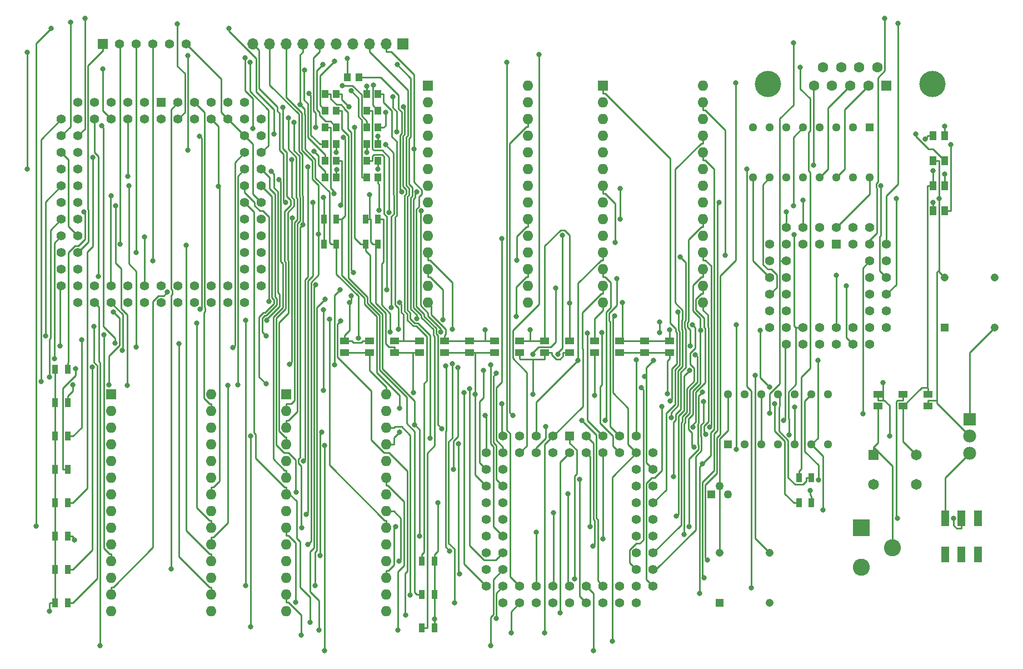
<source format=gbr>
%TF.GenerationSoftware,KiCad,Pcbnew,(5.1.12)-1*%
%TF.CreationDate,2022-04-22T18:12:23-05:00*%
%TF.ProjectId,Microcompuer,4d696372-6f63-46f6-9d70-7565722e6b69,rev?*%
%TF.SameCoordinates,Original*%
%TF.FileFunction,Copper,L1,Top*%
%TF.FilePolarity,Positive*%
%FSLAX46Y46*%
G04 Gerber Fmt 4.6, Leading zero omitted, Abs format (unit mm)*
G04 Created by KiCad (PCBNEW (5.1.12)-1) date 2022-04-22 18:12:23*
%MOMM*%
%LPD*%
G01*
G04 APERTURE LIST*
%TA.AperFunction,ComponentPad*%
%ADD10C,2.600000*%
%TD*%
%TA.AperFunction,ComponentPad*%
%ADD11R,2.600000X2.600000*%
%TD*%
%TA.AperFunction,ComponentPad*%
%ADD12O,1.600000X1.600000*%
%TD*%
%TA.AperFunction,ComponentPad*%
%ADD13R,1.600000X1.600000*%
%TD*%
%TA.AperFunction,ComponentPad*%
%ADD14C,1.295400*%
%TD*%
%TA.AperFunction,ComponentPad*%
%ADD15R,1.295400X1.295400*%
%TD*%
%TA.AperFunction,SMDPad,CuDef*%
%ADD16R,1.193800X2.489200*%
%TD*%
%TA.AperFunction,ComponentPad*%
%ADD17C,1.650000*%
%TD*%
%TA.AperFunction,ComponentPad*%
%ADD18R,1.650000X1.650000*%
%TD*%
%TA.AperFunction,ComponentPad*%
%ADD19C,1.980000*%
%TD*%
%TA.AperFunction,ComponentPad*%
%ADD20R,1.980000X1.980000*%
%TD*%
%TA.AperFunction,SMDPad,CuDef*%
%ADD21R,0.914400X1.346200*%
%TD*%
%TA.AperFunction,SMDPad,CuDef*%
%ADD22R,1.016000X1.193800*%
%TD*%
%TA.AperFunction,ComponentPad*%
%ADD23C,1.422400*%
%TD*%
%TA.AperFunction,ComponentPad*%
%ADD24R,1.524000X1.524000*%
%TD*%
%TA.AperFunction,ComponentPad*%
%ADD25C,4.000000*%
%TD*%
%TA.AperFunction,ComponentPad*%
%ADD26C,1.600000*%
%TD*%
%TA.AperFunction,ComponentPad*%
%ADD27R,1.422400X1.422400*%
%TD*%
%TA.AperFunction,ComponentPad*%
%ADD28C,1.270000*%
%TD*%
%TA.AperFunction,ComponentPad*%
%ADD29R,1.270000X1.270000*%
%TD*%
%TA.AperFunction,ComponentPad*%
%ADD30C,1.208000*%
%TD*%
%TA.AperFunction,ComponentPad*%
%ADD31R,1.208000X1.208000*%
%TD*%
%TA.AperFunction,SMDPad,CuDef*%
%ADD32R,0.900000X1.400000*%
%TD*%
%TA.AperFunction,ComponentPad*%
%ADD33O,1.700000X1.700000*%
%TD*%
%TA.AperFunction,ComponentPad*%
%ADD34R,1.700000X1.700000*%
%TD*%
%TA.AperFunction,SMDPad,CuDef*%
%ADD35R,1.447800X1.117600*%
%TD*%
%TA.AperFunction,SMDPad,CuDef*%
%ADD36R,1.117600X1.447800*%
%TD*%
%TA.AperFunction,ViaPad*%
%ADD37C,0.800000*%
%TD*%
%TA.AperFunction,Conductor*%
%ADD38C,0.250000*%
%TD*%
G04 APERTURE END LIST*
D10*
%TO.P,PLUG1,3*%
%TO.N,GND*%
X287910000Y-155400000D03*
%TO.P,PLUG1,2*%
X283210000Y-158400000D03*
D11*
%TO.P,PLUG1,1*%
%TO.N,Net-(C8-Pad2)*%
X283210000Y-152400000D03*
%TD*%
D12*
%TO.P,UROM1,28*%
%TO.N,+5V*%
X232410000Y-85090000D03*
%TO.P,UROM1,14*%
%TO.N,GND*%
X217170000Y-118110000D03*
%TO.P,UROM1,27*%
%TO.N,\u002AWRITE*%
X232410000Y-87630000D03*
%TO.P,UROM1,13*%
%TO.N,/D10*%
X217170000Y-115570000D03*
%TO.P,UROM1,26*%
%TO.N,/A14*%
X232410000Y-90170000D03*
%TO.P,UROM1,12*%
%TO.N,/D9*%
X217170000Y-113030000D03*
%TO.P,UROM1,25*%
%TO.N,/A9*%
X232410000Y-92710000D03*
%TO.P,UROM1,11*%
%TO.N,/D8*%
X217170000Y-110490000D03*
%TO.P,UROM1,24*%
%TO.N,/A10*%
X232410000Y-95250000D03*
%TO.P,UROM1,10*%
%TO.N,/A1*%
X217170000Y-107950000D03*
%TO.P,UROM1,23*%
%TO.N,/A12*%
X232410000Y-97790000D03*
%TO.P,UROM1,9*%
%TO.N,/A2*%
X217170000Y-105410000D03*
%TO.P,UROM1,22*%
%TO.N,\u002AREAD*%
X232410000Y-100330000D03*
%TO.P,UROM1,8*%
%TO.N,/A3*%
X217170000Y-102870000D03*
%TO.P,UROM1,21*%
%TO.N,/A11*%
X232410000Y-102870000D03*
%TO.P,UROM1,7*%
%TO.N,/A4*%
X217170000Y-100330000D03*
%TO.P,UROM1,20*%
%TO.N,\u002AUROM*%
X232410000Y-105410000D03*
%TO.P,UROM1,6*%
%TO.N,/A5*%
X217170000Y-97790000D03*
%TO.P,UROM1,19*%
%TO.N,/D15*%
X232410000Y-107950000D03*
%TO.P,UROM1,5*%
%TO.N,/A6*%
X217170000Y-95250000D03*
%TO.P,UROM1,18*%
%TO.N,/D14*%
X232410000Y-110490000D03*
%TO.P,UROM1,4*%
%TO.N,/A7*%
X217170000Y-92710000D03*
%TO.P,UROM1,17*%
%TO.N,/D13*%
X232410000Y-113030000D03*
%TO.P,UROM1,3*%
%TO.N,/A8*%
X217170000Y-90170000D03*
%TO.P,UROM1,16*%
%TO.N,/D12*%
X232410000Y-115570000D03*
%TO.P,UROM1,2*%
%TO.N,/A13*%
X217170000Y-87630000D03*
%TO.P,UROM1,15*%
%TO.N,/D11*%
X232410000Y-118110000D03*
D13*
%TO.P,UROM1,1*%
%TO.N,/A15*%
X217170000Y-85090000D03*
%TD*%
D12*
%TO.P,URAM1,28*%
%TO.N,+5V*%
X184150000Y-132080000D03*
%TO.P,URAM1,14*%
%TO.N,GND*%
X168910000Y-165100000D03*
%TO.P,URAM1,27*%
%TO.N,\u002AWRITE*%
X184150000Y-134620000D03*
%TO.P,URAM1,13*%
%TO.N,/D10*%
X168910000Y-162560000D03*
%TO.P,URAM1,26*%
%TO.N,/A14*%
X184150000Y-137160000D03*
%TO.P,URAM1,12*%
%TO.N,/D9*%
X168910000Y-160020000D03*
%TO.P,URAM1,25*%
%TO.N,/A9*%
X184150000Y-139700000D03*
%TO.P,URAM1,11*%
%TO.N,/D8*%
X168910000Y-157480000D03*
%TO.P,URAM1,24*%
%TO.N,/A10*%
X184150000Y-142240000D03*
%TO.P,URAM1,10*%
%TO.N,/A1*%
X168910000Y-154940000D03*
%TO.P,URAM1,23*%
%TO.N,/A12*%
X184150000Y-144780000D03*
%TO.P,URAM1,9*%
%TO.N,/A2*%
X168910000Y-152400000D03*
%TO.P,URAM1,22*%
%TO.N,\u002AREAD*%
X184150000Y-147320000D03*
%TO.P,URAM1,8*%
%TO.N,/A3*%
X168910000Y-149860000D03*
%TO.P,URAM1,21*%
%TO.N,/A11*%
X184150000Y-149860000D03*
%TO.P,URAM1,7*%
%TO.N,/A4*%
X168910000Y-147320000D03*
%TO.P,URAM1,20*%
%TO.N,\u002AURAM*%
X184150000Y-152400000D03*
%TO.P,URAM1,6*%
%TO.N,/A5*%
X168910000Y-144780000D03*
%TO.P,URAM1,19*%
%TO.N,/D15*%
X184150000Y-154940000D03*
%TO.P,URAM1,5*%
%TO.N,/A6*%
X168910000Y-142240000D03*
%TO.P,URAM1,18*%
%TO.N,/D14*%
X184150000Y-157480000D03*
%TO.P,URAM1,4*%
%TO.N,/A7*%
X168910000Y-139700000D03*
%TO.P,URAM1,17*%
%TO.N,/D13*%
X184150000Y-160020000D03*
%TO.P,URAM1,3*%
%TO.N,/A8*%
X168910000Y-137160000D03*
%TO.P,URAM1,16*%
%TO.N,/D12*%
X184150000Y-162560000D03*
%TO.P,URAM1,2*%
%TO.N,/A13*%
X168910000Y-134620000D03*
%TO.P,URAM1,15*%
%TO.N,/D11*%
X184150000Y-165100000D03*
D13*
%TO.P,URAM1,1*%
%TO.N,/A15*%
X168910000Y-132080000D03*
%TD*%
D14*
%TO.P,U8,14*%
%TO.N,+5V*%
X262890000Y-132080000D03*
%TO.P,U8,13*%
%TO.N,\u002ARESET*%
X265430000Y-132080000D03*
%TO.P,U8,12*%
X267970000Y-132080000D03*
%TO.P,U8,11*%
%TO.N,Net-(D17-Pad2)*%
X270510000Y-132080000D03*
%TO.P,U8,10*%
%TO.N,Net-(DS1813-Pad1)*%
X273050000Y-132080000D03*
%TO.P,U8,9*%
X275590000Y-132080000D03*
%TO.P,U8,8*%
%TO.N,Net-(U8-Pad1)*%
X278130000Y-132080000D03*
%TO.P,U8,7*%
%TO.N,GND*%
X278130000Y-139700000D03*
%TO.P,U8,6*%
%TO.N,\u002AHALT*%
X275590000Y-139700000D03*
%TO.P,U8,5*%
%TO.N,Net-(U8-Pad1)*%
X273050000Y-139700000D03*
%TO.P,U8,4*%
X270510000Y-139700000D03*
%TO.P,U8,3*%
%TO.N,\u002ARESET*%
X267970000Y-139700000D03*
%TO.P,U8,2*%
%TO.N,Net-(U8-Pad1)*%
X265430000Y-139700000D03*
D15*
%TO.P,U8,1*%
X262890000Y-139700000D03*
%TD*%
D16*
%TO.P,SW1,6*%
%TO.N,Net-(SW1-Pad6)*%
X300950000Y-156425900D03*
%TO.P,SW1,5*%
%TO.N,Net-(SW1-Pad5)*%
X298450000Y-156425900D03*
%TO.P,SW1,4*%
%TO.N,Net-(SW1-Pad4)*%
X295950000Y-156425900D03*
%TO.P,SW1,3*%
%TO.N,Net-(REG1-Pad3)*%
X295950000Y-150914100D03*
%TO.P,SW1,2*%
%TO.N,Net-(C8-Pad2)*%
X298450000Y-150914100D03*
%TO.P,SW1,1*%
%TO.N,Net-(SW1-Pad1)*%
X300950000Y-150914100D03*
%TD*%
D17*
%TO.P,S1,2*%
%TO.N,GND*%
X291540000Y-141260000D03*
D18*
%TO.P,S1,1*%
X285040000Y-141260000D03*
D17*
%TO.P,S1,4*%
%TO.N,Net-(DS1813-Pad1)*%
X291540000Y-145760000D03*
%TO.P,S1,3*%
X285040000Y-145760000D03*
%TD*%
D14*
%TO.P,RS1,16*%
%TO.N,+5V*%
X284480000Y-99060000D03*
%TO.P,RS1,15*%
%TO.N,GND*%
X281940000Y-99060000D03*
%TO.P,RS1,14*%
%TO.N,Net-(J3-Pad2)*%
X279400000Y-99060000D03*
%TO.P,RS1,13*%
%TO.N,Net-(J3-Pad3)*%
X276860000Y-99060000D03*
%TO.P,RS1,12*%
%TO.N,RXDA*%
X274320000Y-99060000D03*
%TO.P,RS1,11*%
%TO.N,TXDA*%
X271780000Y-99060000D03*
%TO.P,RS1,10*%
%TO.N,TXDB*%
X269240000Y-99060000D03*
%TO.P,RS1,9*%
%TO.N,RXDB*%
X266700000Y-99060000D03*
%TO.P,RS1,8*%
%TO.N,Net-(RS1-Pad8)*%
X266700000Y-91440000D03*
%TO.P,RS1,7*%
%TO.N,Net-(RS1-Pad7)*%
X269240000Y-91440000D03*
%TO.P,RS1,6*%
%TO.N,Net-(C3-Pad2)*%
X271780000Y-91440000D03*
%TO.P,RS1,5*%
%TO.N,Net-(C1-Pad1)*%
X274320000Y-91440000D03*
%TO.P,RS1,4*%
%TO.N,Net-(C1-Pad2)*%
X276860000Y-91440000D03*
%TO.P,RS1,3*%
%TO.N,Net-(C2-Pad1)*%
X279400000Y-91440000D03*
%TO.P,RS1,2*%
%TO.N,Net-(C4-Pad2)*%
X281940000Y-91440000D03*
D15*
%TO.P,RS1,1*%
%TO.N,Net-(C2-Pad2)*%
X284480000Y-91440000D03*
%TD*%
D19*
%TO.P,REG1,3*%
%TO.N,Net-(REG1-Pad3)*%
X299720000Y-140990000D03*
%TO.P,REG1,2*%
%TO.N,+5V*%
X299720000Y-138440000D03*
D20*
%TO.P,REG1,1*%
%TO.N,GND*%
X299720000Y-135890000D03*
%TD*%
D21*
%TO.P,R21,2*%
%TO.N,+5V*%
X209550500Y-109220000D03*
%TO.P,R21,1*%
%TO.N,\u002ARESET*%
X207645500Y-109220000D03*
%TD*%
%TO.P,R20,2*%
%TO.N,+5V*%
X201295500Y-109220000D03*
%TO.P,R20,1*%
%TO.N,\u002AHALT*%
X203200500Y-109220000D03*
%TD*%
D22*
%TO.P,R19,2*%
%TO.N,Net-(D17-Pad1)*%
X203199900Y-91440000D03*
%TO.P,R19,1*%
%TO.N,+5V*%
X201498100Y-91440000D03*
%TD*%
%TO.P,R18,2*%
%TO.N,Net-(D16-Pad1)*%
X203199900Y-96520000D03*
%TO.P,R18,1*%
%TO.N,GND*%
X201498100Y-96520000D03*
%TD*%
D21*
%TO.P,R16,2*%
%TO.N,DUARTIRQ*%
X209550500Y-105410000D03*
%TO.P,R16,1*%
%TO.N,+5V*%
X207645500Y-105410000D03*
%TD*%
D22*
%TO.P,R15,2*%
%TO.N,Net-(D14-Pad2)*%
X203199900Y-86360000D03*
%TO.P,R15,1*%
%TO.N,FC1*%
X201498100Y-86360000D03*
%TD*%
%TO.P,R14,2*%
%TO.N,Net-(D13-Pad2)*%
X203199900Y-88900000D03*
%TO.P,R14,1*%
%TO.N,FC2*%
X201498100Y-88900000D03*
%TD*%
%TO.P,R13,2*%
%TO.N,Net-(D12-Pad2)*%
X206590900Y-83820000D03*
%TO.P,R13,1*%
%TO.N,FC0*%
X204889100Y-83820000D03*
%TD*%
%TO.P,R12,2*%
%TO.N,Net-(D11-Pad2)*%
X209549900Y-93980000D03*
%TO.P,R12,1*%
%TO.N,Net-(CPLD1-Pad1)*%
X207848100Y-93980000D03*
%TD*%
%TO.P,R11,2*%
%TO.N,Net-(D10-Pad2)*%
X203199900Y-93980000D03*
%TO.P,R11,1*%
%TO.N,Net-(CPLD1-Pad2)*%
X201498100Y-93980000D03*
%TD*%
%TO.P,R10,2*%
%TO.N,Net-(D9-Pad2)*%
X203199900Y-99060000D03*
%TO.P,R10,1*%
%TO.N,Net-(CPLD1-Pad3)*%
X201498100Y-99060000D03*
%TD*%
%TO.P,R9,2*%
%TO.N,Net-(D8-Pad2)*%
X209549900Y-86360000D03*
%TO.P,R9,1*%
%TO.N,Net-(CPLD1-Pad4)*%
X207848100Y-86360000D03*
%TD*%
%TO.P,R8,2*%
%TO.N,Net-(D7-Pad2)*%
X209549900Y-91440000D03*
%TO.P,R8,1*%
%TO.N,Net-(CPLD1-Pad5)*%
X207848100Y-91440000D03*
%TD*%
%TO.P,R7,2*%
%TO.N,Net-(D6-Pad2)*%
X207848100Y-96520000D03*
%TO.P,R7,1*%
%TO.N,Net-(CPLD1-Pad6)*%
X209549900Y-96520000D03*
%TD*%
%TO.P,R6,2*%
%TO.N,Net-(D5-Pad2)*%
X207848100Y-88900000D03*
%TO.P,R6,1*%
%TO.N,Net-(CPLD1-Pad7)*%
X209549900Y-88900000D03*
%TD*%
%TO.P,R5,2*%
%TO.N,Net-(D4-Pad2)*%
X209549900Y-99060000D03*
%TO.P,R5,1*%
%TO.N,Net-(CPLD1-Pad11)*%
X207848100Y-99060000D03*
%TD*%
D21*
%TO.P,R1,2*%
%TO.N,RW*%
X203200500Y-105410000D03*
%TO.P,R1,1*%
%TO.N,+5V*%
X201295500Y-105410000D03*
%TD*%
D12*
%TO.P,LROM1,28*%
%TO.N,+5V*%
X259080000Y-85090000D03*
%TO.P,LROM1,14*%
%TO.N,GND*%
X243840000Y-118110000D03*
%TO.P,LROM1,27*%
%TO.N,\u002AWRITE*%
X259080000Y-87630000D03*
%TO.P,LROM1,13*%
%TO.N,/D2*%
X243840000Y-115570000D03*
%TO.P,LROM1,26*%
%TO.N,/A14*%
X259080000Y-90170000D03*
%TO.P,LROM1,12*%
%TO.N,/D1*%
X243840000Y-113030000D03*
%TO.P,LROM1,25*%
%TO.N,/A9*%
X259080000Y-92710000D03*
%TO.P,LROM1,11*%
%TO.N,/D0*%
X243840000Y-110490000D03*
%TO.P,LROM1,24*%
%TO.N,/A10*%
X259080000Y-95250000D03*
%TO.P,LROM1,10*%
%TO.N,/A1*%
X243840000Y-107950000D03*
%TO.P,LROM1,23*%
%TO.N,/A12*%
X259080000Y-97790000D03*
%TO.P,LROM1,9*%
%TO.N,/A2*%
X243840000Y-105410000D03*
%TO.P,LROM1,22*%
%TO.N,\u002AREAD*%
X259080000Y-100330000D03*
%TO.P,LROM1,8*%
%TO.N,/A3*%
X243840000Y-102870000D03*
%TO.P,LROM1,21*%
%TO.N,/A11*%
X259080000Y-102870000D03*
%TO.P,LROM1,7*%
%TO.N,/A4*%
X243840000Y-100330000D03*
%TO.P,LROM1,20*%
%TO.N,\u002ALROM*%
X259080000Y-105410000D03*
%TO.P,LROM1,6*%
%TO.N,/A5*%
X243840000Y-97790000D03*
%TO.P,LROM1,19*%
%TO.N,/D7*%
X259080000Y-107950000D03*
%TO.P,LROM1,5*%
%TO.N,/A6*%
X243840000Y-95250000D03*
%TO.P,LROM1,18*%
%TO.N,/D6*%
X259080000Y-110490000D03*
%TO.P,LROM1,4*%
%TO.N,/A7*%
X243840000Y-92710000D03*
%TO.P,LROM1,17*%
%TO.N,/D5*%
X259080000Y-113030000D03*
%TO.P,LROM1,3*%
%TO.N,/A8*%
X243840000Y-90170000D03*
%TO.P,LROM1,16*%
%TO.N,/D4*%
X259080000Y-115570000D03*
%TO.P,LROM1,2*%
%TO.N,/A13*%
X243840000Y-87630000D03*
%TO.P,LROM1,15*%
%TO.N,/D3*%
X259080000Y-118110000D03*
D13*
%TO.P,LROM1,1*%
%TO.N,/A15*%
X243840000Y-85090000D03*
%TD*%
D12*
%TO.P,LRAM1,28*%
%TO.N,+5V*%
X210820000Y-132080000D03*
%TO.P,LRAM1,14*%
%TO.N,GND*%
X195580000Y-165100000D03*
%TO.P,LRAM1,27*%
%TO.N,\u002AWRITE*%
X210820000Y-134620000D03*
%TO.P,LRAM1,13*%
%TO.N,/D2*%
X195580000Y-162560000D03*
%TO.P,LRAM1,26*%
%TO.N,/A14*%
X210820000Y-137160000D03*
%TO.P,LRAM1,12*%
%TO.N,/D1*%
X195580000Y-160020000D03*
%TO.P,LRAM1,25*%
%TO.N,/A9*%
X210820000Y-139700000D03*
%TO.P,LRAM1,11*%
%TO.N,/D0*%
X195580000Y-157480000D03*
%TO.P,LRAM1,24*%
%TO.N,/A10*%
X210820000Y-142240000D03*
%TO.P,LRAM1,10*%
%TO.N,/A1*%
X195580000Y-154940000D03*
%TO.P,LRAM1,23*%
%TO.N,/A12*%
X210820000Y-144780000D03*
%TO.P,LRAM1,9*%
%TO.N,/A2*%
X195580000Y-152400000D03*
%TO.P,LRAM1,22*%
%TO.N,\u002AREAD*%
X210820000Y-147320000D03*
%TO.P,LRAM1,8*%
%TO.N,/A3*%
X195580000Y-149860000D03*
%TO.P,LRAM1,21*%
%TO.N,/A11*%
X210820000Y-149860000D03*
%TO.P,LRAM1,7*%
%TO.N,/A4*%
X195580000Y-147320000D03*
%TO.P,LRAM1,20*%
%TO.N,\u002ALRAM*%
X210820000Y-152400000D03*
%TO.P,LRAM1,6*%
%TO.N,/A5*%
X195580000Y-144780000D03*
%TO.P,LRAM1,19*%
%TO.N,/D7*%
X210820000Y-154940000D03*
%TO.P,LRAM1,5*%
%TO.N,/A6*%
X195580000Y-142240000D03*
%TO.P,LRAM1,18*%
%TO.N,/D6*%
X210820000Y-157480000D03*
%TO.P,LRAM1,4*%
%TO.N,/A7*%
X195580000Y-139700000D03*
%TO.P,LRAM1,17*%
%TO.N,/D5*%
X210820000Y-160020000D03*
%TO.P,LRAM1,3*%
%TO.N,/A8*%
X195580000Y-137160000D03*
%TO.P,LRAM1,16*%
%TO.N,/D4*%
X210820000Y-162560000D03*
%TO.P,LRAM1,2*%
%TO.N,/A13*%
X195580000Y-134620000D03*
%TO.P,LRAM1,15*%
%TO.N,/D3*%
X210820000Y-165100000D03*
D13*
%TO.P,LRAM1,1*%
%TO.N,/A15*%
X195580000Y-132080000D03*
%TD*%
D23*
%TO.P,JTAG1,6*%
%TO.N,+5V*%
X180340000Y-78740000D03*
%TO.P,JTAG1,5*%
%TO.N,GND*%
X177800000Y-78740000D03*
%TO.P,JTAG1,4*%
%TO.N,TCK*%
X175260000Y-78740000D03*
%TO.P,JTAG1,3*%
%TO.N,TDO*%
X172720000Y-78740000D03*
%TO.P,JTAG1,2*%
%TO.N,TDI*%
X170180000Y-78740000D03*
D24*
%TO.P,JTAG1,1*%
%TO.N,TMS*%
X167640000Y-78740000D03*
%TD*%
D25*
%TO.P,J3,0*%
%TO.N,N/C*%
X268980000Y-84790000D03*
X293980000Y-84790000D03*
D26*
%TO.P,J3,9*%
%TO.N,Net-(J3-Pad9)*%
X277325000Y-82250000D03*
%TO.P,J3,8*%
%TO.N,Net-(J3-Pad8)*%
X280095000Y-82250000D03*
%TO.P,J3,7*%
%TO.N,Net-(J3-Pad7)*%
X282865000Y-82250000D03*
%TO.P,J3,6*%
%TO.N,Net-(J3-Pad6)*%
X285635000Y-82250000D03*
%TO.P,J3,5*%
%TO.N,GND*%
X275940000Y-85090000D03*
%TO.P,J3,4*%
%TO.N,Net-(J3-Pad4)*%
X278710000Y-85090000D03*
%TO.P,J3,3*%
%TO.N,Net-(J3-Pad3)*%
X281480000Y-85090000D03*
%TO.P,J3,2*%
%TO.N,Net-(J3-Pad2)*%
X284250000Y-85090000D03*
D13*
%TO.P,J3,1*%
%TO.N,Net-(J3-Pad1)*%
X287020000Y-85090000D03*
%TD*%
D23*
%TO.P,DUART1,39*%
%TO.N,DUART*%
X287020000Y-109220000D03*
%TO.P,DUART1,37*%
%TO.N,Net-(DUART1-Pad37)*%
X287020000Y-111760000D03*
%TO.P,DUART1,35*%
%TO.N,RXDA*%
X287020000Y-114300000D03*
%TO.P,DUART1,33*%
%TO.N,TXDA*%
X287020000Y-116840000D03*
%TO.P,DUART1,31*%
%TO.N,Net-(DUART1-Pad31)*%
X287020000Y-119380000D03*
%TO.P,DUART1,40*%
%TO.N,Net-(DUART1-Pad40)*%
X284480000Y-106680000D03*
%TO.P,DUART1,38*%
%TO.N,\u002ARESET*%
X284480000Y-111760000D03*
%TO.P,DUART1,36*%
%TO.N,X1*%
X284480000Y-114300000D03*
%TO.P,DUART1,34*%
%TO.N,Net-(DUART1-Pad34)*%
X284480000Y-116840000D03*
%TO.P,DUART1,32*%
%TO.N,Net-(DUART1-Pad32)*%
X284480000Y-119380000D03*
%TO.P,DUART1,30*%
%TO.N,Net-(DUART1-Pad30)*%
X284480000Y-121920000D03*
%TO.P,DUART1,28*%
%TO.N,/D0*%
X284480000Y-124460000D03*
%TO.P,DUART1,26*%
%TO.N,/D4*%
X281940000Y-124460000D03*
%TO.P,DUART1,24*%
%TO.N,DUARTIRQ*%
X279400000Y-124460000D03*
%TO.P,DUART1,22*%
%TO.N,GND*%
X276860000Y-124460000D03*
%TO.P,DUART1,20*%
%TO.N,/D5*%
X274320000Y-124460000D03*
%TO.P,DUART1,18*%
%TO.N,/D1*%
X271780000Y-124460000D03*
%TO.P,DUART1,29*%
%TO.N,Net-(DUART1-Pad29)*%
X287020000Y-121920000D03*
%TO.P,DUART1,27*%
%TO.N,/D2*%
X281940000Y-121920000D03*
%TO.P,DUART1,25*%
%TO.N,/D6*%
X279400000Y-121920000D03*
%TO.P,DUART1,23*%
%TO.N,Net-(DUART1-Pad23)*%
X276860000Y-121920000D03*
%TO.P,DUART1,21*%
%TO.N,/D7*%
X274320000Y-121920000D03*
%TO.P,DUART1,19*%
%TO.N,/D3*%
X271780000Y-121920000D03*
%TO.P,DUART1,17*%
%TO.N,Net-(DUART1-Pad17)*%
X269240000Y-121920000D03*
%TO.P,DUART1,15*%
%TO.N,Net-(DUART1-Pad15)*%
X269240000Y-119380000D03*
%TO.P,DUART1,13*%
%TO.N,TXDB*%
X269240000Y-116840000D03*
%TO.P,DUART1,11*%
%TO.N,RXDB*%
X269240000Y-114300000D03*
%TO.P,DUART1,9*%
%TO.N,\u002AWRITE*%
X269240000Y-111760000D03*
%TO.P,DUART1,7*%
%TO.N,/A4*%
X269240000Y-109220000D03*
%TO.P,DUART1,16*%
%TO.N,Net-(DUART1-Pad16)*%
X271780000Y-119380000D03*
%TO.P,DUART1,14*%
%TO.N,Net-(DUART1-Pad14)*%
X271780000Y-116840000D03*
%TO.P,DUART1,12*%
%TO.N,Net-(DUART1-Pad12)*%
X271780000Y-114300000D03*
%TO.P,DUART1,10*%
%TO.N,\u002ADTACK*%
X271780000Y-111760000D03*
%TO.P,DUART1,8*%
%TO.N,Net-(DUART1-Pad8)*%
X271780000Y-109220000D03*
%TO.P,DUART1,42*%
%TO.N,Net-(DUART1-Pad42)*%
X281940000Y-106680000D03*
%TO.P,DUART1,44*%
%TO.N,+5V*%
X279400000Y-106680000D03*
%TO.P,DUART1,6*%
%TO.N,/A3*%
X271780000Y-106680000D03*
%TO.P,DUART1,4*%
%TO.N,/A2*%
X274320000Y-106680000D03*
%TO.P,DUART1,2*%
%TO.N,/A1*%
X276860000Y-106680000D03*
%TO.P,DUART1,41*%
%TO.N,\u002AIACK*%
X284480000Y-109220000D03*
%TO.P,DUART1,43*%
%TO.N,Net-(DUART1-Pad43)*%
X281940000Y-109220000D03*
%TO.P,DUART1,5*%
%TO.N,Net-(DUART1-Pad5)*%
X274320000Y-109220000D03*
%TO.P,DUART1,3*%
%TO.N,Net-(DUART1-Pad3)*%
X276860000Y-109220000D03*
D27*
%TO.P,DUART1,1*%
%TO.N,Net-(DUART1-Pad1)*%
X279400000Y-109220000D03*
%TD*%
D28*
%TO.P,DS1813,3*%
%TO.N,GND*%
X262890000Y-147320000D03*
%TO.P,DS1813,2*%
%TO.N,+5V*%
X261620000Y-146050000D03*
D29*
%TO.P,DS1813,1*%
%TO.N,Net-(DS1813-Pad1)*%
X260350000Y-147320000D03*
%TD*%
D30*
%TO.P,D_CLK1,5*%
%TO.N,X1*%
X303530000Y-114300000D03*
%TO.P,D_CLK1,4*%
%TO.N,GND*%
X303530000Y-121920000D03*
D31*
%TO.P,D_CLK1,1*%
%TO.N,N/C*%
X295910000Y-121920000D03*
D30*
%TO.P,D_CLK1,8*%
%TO.N,+5V*%
X295910000Y-114300000D03*
%TD*%
D32*
%TO.P,D17,2*%
%TO.N,Net-(D17-Pad2)*%
X275590000Y-144780000D03*
%TO.P,D17,1*%
%TO.N,Net-(D17-Pad1)*%
X273690000Y-144780000D03*
%TD*%
%TO.P,D16,2*%
%TO.N,+5V*%
X275590000Y-148590000D03*
%TO.P,D16,1*%
%TO.N,Net-(D16-Pad1)*%
X273690000Y-148590000D03*
%TD*%
%TO.P,D14,2*%
%TO.N,Net-(D14-Pad2)*%
X216220000Y-157480000D03*
%TO.P,D14,1*%
%TO.N,GND*%
X218120000Y-157480000D03*
%TD*%
%TO.P,D13,2*%
%TO.N,Net-(D13-Pad2)*%
X216220000Y-162560000D03*
%TO.P,D13,1*%
%TO.N,GND*%
X218120000Y-162560000D03*
%TD*%
%TO.P,D12,2*%
%TO.N,Net-(D12-Pad2)*%
X216220000Y-167640000D03*
%TO.P,D12,1*%
%TO.N,GND*%
X218120000Y-167640000D03*
%TD*%
%TO.P,D11,2*%
%TO.N,Net-(D11-Pad2)*%
X162240000Y-153670000D03*
%TO.P,D11,1*%
%TO.N,GND*%
X160340000Y-153670000D03*
%TD*%
%TO.P,D10,2*%
%TO.N,Net-(D10-Pad2)*%
X162240000Y-148590000D03*
%TO.P,D10,1*%
%TO.N,GND*%
X160340000Y-148590000D03*
%TD*%
%TO.P,D9,2*%
%TO.N,Net-(D9-Pad2)*%
X162240000Y-163830000D03*
%TO.P,D9,1*%
%TO.N,GND*%
X160340000Y-163830000D03*
%TD*%
%TO.P,D8,2*%
%TO.N,Net-(D8-Pad2)*%
X162240000Y-138430000D03*
%TO.P,D8,1*%
%TO.N,GND*%
X160340000Y-138430000D03*
%TD*%
%TO.P,D7,2*%
%TO.N,Net-(D7-Pad2)*%
X162240000Y-133350000D03*
%TO.P,D7,1*%
%TO.N,GND*%
X160340000Y-133350000D03*
%TD*%
%TO.P,D6,2*%
%TO.N,Net-(D6-Pad2)*%
X162240000Y-143510000D03*
%TO.P,D6,1*%
%TO.N,GND*%
X160340000Y-143510000D03*
%TD*%
%TO.P,D5,2*%
%TO.N,Net-(D5-Pad2)*%
X162240000Y-128270000D03*
%TO.P,D5,1*%
%TO.N,GND*%
X160340000Y-128270000D03*
%TD*%
%TO.P,D4,2*%
%TO.N,Net-(D4-Pad2)*%
X162240000Y-158750000D03*
%TO.P,D4,1*%
%TO.N,GND*%
X160340000Y-158750000D03*
%TD*%
D30*
%TO.P,CPU_CLK1,5*%
%TO.N,8MHz*%
X269240000Y-156210000D03*
%TO.P,CPU_CLK1,4*%
%TO.N,GND*%
X269240000Y-163830000D03*
D31*
%TO.P,CPU_CLK1,1*%
%TO.N,Net-(CPU_CLK1-Pad1)*%
X261620000Y-163830000D03*
D30*
%TO.P,CPU_CLK1,8*%
%TO.N,+5V*%
X261620000Y-156210000D03*
%TD*%
D23*
%TO.P,CPU1,60*%
%TO.N,/D13*%
X251460000Y-140970000D03*
%TO.P,CPU1,58*%
%TO.N,/D15*%
X251460000Y-143510000D03*
%TO.P,CPU1,56*%
%TO.N,GND*%
X251460000Y-146050000D03*
%TO.P,CPU1,54*%
%TO.N,/A22*%
X251460000Y-148590000D03*
%TO.P,CPU1,52*%
%TO.N,+5V*%
X251460000Y-151130000D03*
%TO.P,CPU1,50*%
%TO.N,/A19*%
X251460000Y-153670000D03*
%TO.P,CPU1,48*%
%TO.N,/A17*%
X251460000Y-156210000D03*
%TO.P,CPU1,46*%
%TO.N,/A15*%
X251460000Y-158750000D03*
%TO.P,CPU1,61*%
%TO.N,/D12*%
X248920000Y-138430000D03*
%TO.P,CPU1,59*%
%TO.N,/D14*%
X248920000Y-143510000D03*
%TO.P,CPU1,57*%
%TO.N,GND*%
X248920000Y-146050000D03*
%TO.P,CPU1,55*%
%TO.N,/A23*%
X248920000Y-148590000D03*
%TO.P,CPU1,53*%
%TO.N,/A21*%
X248920000Y-151130000D03*
%TO.P,CPU1,51*%
%TO.N,/A20*%
X248920000Y-153670000D03*
%TO.P,CPU1,49*%
%TO.N,/A18*%
X248920000Y-156210000D03*
%TO.P,CPU1,47*%
%TO.N,/A16*%
X248920000Y-158750000D03*
%TO.P,CPU1,45*%
%TO.N,/A14*%
X248920000Y-161290000D03*
%TO.P,CPU1,43*%
%TO.N,/A12*%
X248920000Y-163830000D03*
%TO.P,CPU1,41*%
%TO.N,/A10*%
X246380000Y-163830000D03*
%TO.P,CPU1,39*%
%TO.N,/A8*%
X243840000Y-163830000D03*
%TO.P,CPU1,37*%
%TO.N,/A6*%
X241300000Y-163830000D03*
%TO.P,CPU1,35*%
%TO.N,/A4*%
X238760000Y-163830000D03*
%TO.P,CPU1,33*%
%TO.N,/A2*%
X236220000Y-163830000D03*
%TO.P,CPU1,31*%
%TO.N,Net-(CPU1-Pad31)*%
X233680000Y-163830000D03*
%TO.P,CPU1,29*%
%TO.N,FC1*%
X231140000Y-163830000D03*
%TO.P,CPU1,27*%
%TO.N,\u002AIPL0*%
X228600000Y-163830000D03*
%TO.P,CPU1,44*%
%TO.N,/A13*%
X251460000Y-161290000D03*
%TO.P,CPU1,42*%
%TO.N,/A11*%
X246380000Y-161290000D03*
%TO.P,CPU1,40*%
%TO.N,/A9*%
X243840000Y-161290000D03*
%TO.P,CPU1,38*%
%TO.N,/A7*%
X241300000Y-161290000D03*
%TO.P,CPU1,36*%
%TO.N,/A5*%
X238760000Y-161290000D03*
%TO.P,CPU1,34*%
%TO.N,/A3*%
X236220000Y-161290000D03*
%TO.P,CPU1,32*%
%TO.N,/A1*%
X233680000Y-161290000D03*
%TO.P,CPU1,30*%
%TO.N,FC0*%
X231140000Y-161290000D03*
%TO.P,CPU1,28*%
%TO.N,FC2*%
X228600000Y-161290000D03*
%TO.P,CPU1,26*%
%TO.N,\u002AIPL1*%
X226060000Y-161290000D03*
%TO.P,CPU1,24*%
%TO.N,\u002ABERR*%
X226060000Y-158750000D03*
%TO.P,CPU1,22*%
%TO.N,E*%
X226060000Y-156210000D03*
%TO.P,CPU1,20*%
%TO.N,\u002ARESET*%
X226060000Y-153670000D03*
%TO.P,CPU1,18*%
%TO.N,Net-(CPU1-Pad18)*%
X226060000Y-151130000D03*
%TO.P,CPU1,16*%
%TO.N,GND*%
X226060000Y-148590000D03*
%TO.P,CPU1,14*%
%TO.N,+5V*%
X226060000Y-146050000D03*
%TO.P,CPU1,12*%
%TO.N,\u002ABGACK*%
X226060000Y-143510000D03*
%TO.P,CPU1,10*%
%TO.N,\u002ADTACK*%
X226060000Y-140970000D03*
%TO.P,CPU1,25*%
%TO.N,\u002AIPL2*%
X228600000Y-158750000D03*
%TO.P,CPU1,23*%
%TO.N,\u002AVPA*%
X228600000Y-156210000D03*
%TO.P,CPU1,21*%
%TO.N,\u002AVMA*%
X228600000Y-153670000D03*
%TO.P,CPU1,19*%
%TO.N,\u002AHALT*%
X228600000Y-151130000D03*
%TO.P,CPU1,17*%
%TO.N,GND*%
X228600000Y-148590000D03*
%TO.P,CPU1,15*%
%TO.N,8MHz*%
X228600000Y-146050000D03*
%TO.P,CPU1,13*%
%TO.N,\u002ABR*%
X228600000Y-143510000D03*
%TO.P,CPU1,11*%
%TO.N,\u002ABG*%
X228600000Y-140970000D03*
%TO.P,CPU1,63*%
%TO.N,/D10*%
X246380000Y-138430000D03*
%TO.P,CPU1,65*%
%TO.N,/D8*%
X243840000Y-138430000D03*
%TO.P,CPU1,67*%
%TO.N,/D6*%
X241300000Y-138430000D03*
%TO.P,CPU1,9*%
%TO.N,RW*%
X228600000Y-138430000D03*
%TO.P,CPU1,7*%
%TO.N,\u002AUDS*%
X231140000Y-138430000D03*
%TO.P,CPU1,5*%
%TO.N,/D0*%
X233680000Y-138430000D03*
%TO.P,CPU1,3*%
%TO.N,/D2*%
X236220000Y-138430000D03*
D27*
%TO.P,CPU1,1*%
%TO.N,/D4*%
X238760000Y-138430000D03*
D23*
%TO.P,CPU1,62*%
%TO.N,/D11*%
X248920000Y-140970000D03*
%TO.P,CPU1,64*%
%TO.N,/D9*%
X246380000Y-140970000D03*
%TO.P,CPU1,66*%
%TO.N,/D7*%
X243840000Y-140970000D03*
%TO.P,CPU1,68*%
%TO.N,/D5*%
X241300000Y-140970000D03*
%TO.P,CPU1,8*%
%TO.N,\u002ALDS*%
X231140000Y-140970000D03*
%TO.P,CPU1,6*%
%TO.N,\u002AAS*%
X233680000Y-140970000D03*
%TO.P,CPU1,4*%
%TO.N,/D1*%
X236220000Y-140970000D03*
%TO.P,CPU1,2*%
%TO.N,/D3*%
X238760000Y-140970000D03*
%TD*%
%TO.P,CPLD1,72*%
%TO.N,/A22*%
X191770000Y-92710000D03*
%TO.P,CPLD1,70*%
%TO.N,/A20*%
X191770000Y-95250000D03*
%TO.P,CPLD1,68*%
%TO.N,/A18*%
X191770000Y-97790000D03*
%TO.P,CPLD1,66*%
%TO.N,/A16*%
X191770000Y-100330000D03*
%TO.P,CPLD1,64*%
%TO.N,+5V*%
X191770000Y-102870000D03*
%TO.P,CPLD1,62*%
%TO.N,Net-(CPLD1-Pad62)*%
X191770000Y-105410000D03*
%TO.P,CPLD1,60*%
%TO.N,GND*%
X191770000Y-107950000D03*
%TO.P,CPLD1,58*%
%TO.N,Net-(CPLD1-Pad58)*%
X191770000Y-110490000D03*
%TO.P,CPLD1,56*%
%TO.N,Net-(CPLD1-Pad56)*%
X191770000Y-113030000D03*
%TO.P,CPLD1,54*%
%TO.N,Net-(CPLD1-Pad54)*%
X191770000Y-115570000D03*
%TO.P,CPLD1,73*%
%TO.N,+5V*%
X189230000Y-92710000D03*
%TO.P,CPLD1,71*%
%TO.N,/A21*%
X189230000Y-95250000D03*
%TO.P,CPLD1,69*%
%TO.N,/A19*%
X189230000Y-97790000D03*
%TO.P,CPLD1,67*%
%TO.N,/A17*%
X189230000Y-100330000D03*
%TO.P,CPLD1,65*%
%TO.N,/A4*%
X189230000Y-102870000D03*
%TO.P,CPLD1,63*%
%TO.N,Net-(CPLD1-Pad63)*%
X189230000Y-105410000D03*
%TO.P,CPLD1,61*%
%TO.N,Net-(CPLD1-Pad61)*%
X189230000Y-107950000D03*
%TO.P,CPLD1,59*%
%TO.N,TDO*%
X189230000Y-110490000D03*
%TO.P,CPLD1,57*%
%TO.N,Net-(CPLD1-Pad57)*%
X189230000Y-113030000D03*
%TO.P,CPLD1,55*%
%TO.N,Net-(CPLD1-Pad55)*%
X189230000Y-115570000D03*
%TO.P,CPLD1,53*%
%TO.N,Net-(CPLD1-Pad53)*%
X189230000Y-118110000D03*
%TO.P,CPLD1,51*%
%TO.N,Net-(CPLD1-Pad51)*%
X186690000Y-118110000D03*
%TO.P,CPLD1,49*%
%TO.N,GND*%
X184150000Y-118110000D03*
%TO.P,CPLD1,47*%
%TO.N,Net-(CPLD1-Pad47)*%
X181610000Y-118110000D03*
%TO.P,CPLD1,45*%
%TO.N,Net-(CPLD1-Pad45)*%
X179070000Y-118110000D03*
%TO.P,CPLD1,43*%
%TO.N,Net-(CPLD1-Pad43)*%
X176530000Y-118110000D03*
%TO.P,CPLD1,41*%
%TO.N,Net-(CPLD1-Pad41)*%
X173990000Y-118110000D03*
%TO.P,CPLD1,39*%
%TO.N,Net-(CPLD1-Pad39)*%
X171450000Y-118110000D03*
%TO.P,CPLD1,37*%
%TO.N,\u002AIPL0*%
X168910000Y-118110000D03*
%TO.P,CPLD1,35*%
%TO.N,\u002AIPL2*%
X166370000Y-118110000D03*
%TO.P,CPLD1,33*%
%TO.N,\u002AURAM*%
X163830000Y-118110000D03*
%TO.P,CPLD1,52*%
%TO.N,Net-(CPLD1-Pad52)*%
X186690000Y-115570000D03*
%TO.P,CPLD1,50*%
%TO.N,Net-(CPLD1-Pad50)*%
X184150000Y-115570000D03*
%TO.P,CPLD1,48*%
%TO.N,Net-(CPLD1-Pad48)*%
X181610000Y-115570000D03*
%TO.P,CPLD1,46*%
%TO.N,Net-(CPLD1-Pad46)*%
X179070000Y-115570000D03*
%TO.P,CPLD1,44*%
%TO.N,Net-(CPLD1-Pad44)*%
X176530000Y-115570000D03*
%TO.P,CPLD1,42*%
%TO.N,GND*%
X173990000Y-115570000D03*
%TO.P,CPLD1,40*%
%TO.N,Net-(CPLD1-Pad40)*%
X171450000Y-115570000D03*
%TO.P,CPLD1,38*%
%TO.N,+5V*%
X168910000Y-115570000D03*
%TO.P,CPLD1,36*%
%TO.N,\u002AIPL1*%
X166370000Y-115570000D03*
%TO.P,CPLD1,34*%
%TO.N,\u002ALRAM*%
X163830000Y-115570000D03*
%TO.P,CPLD1,32*%
%TO.N,\u002ALROM*%
X161290000Y-115570000D03*
%TO.P,CPLD1,30*%
%TO.N,TCK*%
X161290000Y-113030000D03*
%TO.P,CPLD1,28*%
%TO.N,TDI*%
X161290000Y-110490000D03*
%TO.P,CPLD1,26*%
%TO.N,\u002ABR*%
X161290000Y-107950000D03*
%TO.P,CPLD1,24*%
%TO.N,\u002ABGACK*%
X161290000Y-105410000D03*
%TO.P,CPLD1,22*%
%TO.N,+5V*%
X161290000Y-102870000D03*
%TO.P,CPLD1,20*%
%TO.N,E*%
X161290000Y-100330000D03*
%TO.P,CPLD1,18*%
%TO.N,\u002AUDS*%
X161290000Y-97790000D03*
%TO.P,CPLD1,16*%
%TO.N,GND*%
X161290000Y-95250000D03*
%TO.P,CPLD1,14*%
%TO.N,DUART*%
X161290000Y-92710000D03*
%TO.P,CPLD1,12*%
%TO.N,8MHz*%
X161290000Y-90170000D03*
%TO.P,CPLD1,31*%
%TO.N,\u002AUROM*%
X163830000Y-113030000D03*
%TO.P,CPLD1,29*%
%TO.N,TMS*%
X163830000Y-110490000D03*
%TO.P,CPLD1,27*%
%TO.N,GND*%
X163830000Y-107950000D03*
%TO.P,CPLD1,25*%
%TO.N,\u002ABG*%
X163830000Y-105410000D03*
%TO.P,CPLD1,23*%
%TO.N,\u002AVPA*%
X163830000Y-102870000D03*
%TO.P,CPLD1,21*%
%TO.N,\u002AVMA*%
X163830000Y-100330000D03*
%TO.P,CPLD1,19*%
%TO.N,\u002AAS*%
X163830000Y-97790000D03*
%TO.P,CPLD1,17*%
%TO.N,\u002ALDS*%
X163830000Y-95250000D03*
%TO.P,CPLD1,15*%
%TO.N,\u002AIACK*%
X163830000Y-92710000D03*
%TO.P,CPLD1,13*%
%TO.N,DUARTIRQ*%
X163830000Y-90170000D03*
%TO.P,CPLD1,75*%
%TO.N,/A23*%
X189230000Y-87630000D03*
%TO.P,CPLD1,77*%
%TO.N,Net-(CPLD1-Pad77)*%
X186690000Y-87630000D03*
%TO.P,CPLD1,79*%
%TO.N,\u002AHALT*%
X184150000Y-87630000D03*
%TO.P,CPLD1,81*%
%TO.N,\u002AWRITE*%
X181610000Y-87630000D03*
%TO.P,CPLD1,83*%
%TO.N,\u002ABERR*%
X179070000Y-87630000D03*
%TO.P,CPLD1,11*%
%TO.N,Net-(CPLD1-Pad11)*%
X163830000Y-87630000D03*
%TO.P,CPLD1,9*%
%TO.N,Net-(CPLD1-Pad9)*%
X166370000Y-87630000D03*
%TO.P,CPLD1,7*%
%TO.N,Net-(CPLD1-Pad7)*%
X168910000Y-87630000D03*
%TO.P,CPLD1,5*%
%TO.N,Net-(CPLD1-Pad5)*%
X171450000Y-87630000D03*
%TO.P,CPLD1,3*%
%TO.N,Net-(CPLD1-Pad3)*%
X173990000Y-87630000D03*
D27*
%TO.P,CPLD1,1*%
%TO.N,Net-(CPLD1-Pad1)*%
X176530000Y-87630000D03*
D23*
%TO.P,CPLD1,74*%
%TO.N,\u002ARESET*%
X191770000Y-90170000D03*
%TO.P,CPLD1,76*%
%TO.N,Net-(CPLD1-Pad76)*%
X189230000Y-90170000D03*
%TO.P,CPLD1,78*%
%TO.N,+5V*%
X186690000Y-90170000D03*
%TO.P,CPLD1,80*%
%TO.N,\u002AREAD*%
X184150000Y-90170000D03*
%TO.P,CPLD1,82*%
%TO.N,RW*%
X181610000Y-90170000D03*
%TO.P,CPLD1,84*%
%TO.N,\u002ADTACK*%
X179070000Y-90170000D03*
%TO.P,CPLD1,10*%
%TO.N,X1*%
X166370000Y-90170000D03*
%TO.P,CPLD1,8*%
%TO.N,GND*%
X168910000Y-90170000D03*
%TO.P,CPLD1,6*%
%TO.N,Net-(CPLD1-Pad6)*%
X171450000Y-90170000D03*
%TO.P,CPLD1,4*%
%TO.N,Net-(CPLD1-Pad4)*%
X173990000Y-90170000D03*
%TO.P,CPLD1,2*%
%TO.N,Net-(CPLD1-Pad2)*%
X176530000Y-90170000D03*
%TD*%
D33*
%TO.P,Con1,10*%
%TO.N,/A3*%
X190500000Y-78740000D03*
%TO.P,Con1,9*%
%TO.N,/A2*%
X193040000Y-78740000D03*
%TO.P,Con1,8*%
%TO.N,/A1*%
X195580000Y-78740000D03*
%TO.P,Con1,7*%
%TO.N,\u002AHALT*%
X198120000Y-78740000D03*
%TO.P,Con1,6*%
%TO.N,\u002ARESET*%
X200660000Y-78740000D03*
%TO.P,Con1,5*%
%TO.N,RW*%
X203200000Y-78740000D03*
%TO.P,Con1,4*%
%TO.N,\u002ALDS*%
X205740000Y-78740000D03*
%TO.P,Con1,3*%
%TO.N,\u002AUDS*%
X208280000Y-78740000D03*
%TO.P,Con1,2*%
%TO.N,\u002AAS*%
X210820000Y-78740000D03*
D34*
%TO.P,Con1,1*%
%TO.N,\u002ADTACK*%
X213360000Y-78740000D03*
%TD*%
D35*
%TO.P,C21,2*%
%TO.N,GND*%
X223520000Y-123936200D03*
%TO.P,C21,1*%
%TO.N,+5V*%
X223520000Y-125729800D03*
%TD*%
%TO.P,C20,2*%
%TO.N,GND*%
X204470000Y-123936200D03*
%TO.P,C20,1*%
%TO.N,+5V*%
X204470000Y-125729800D03*
%TD*%
%TO.P,C19,2*%
%TO.N,GND*%
X227330000Y-123936200D03*
%TO.P,C19,1*%
%TO.N,+5V*%
X227330000Y-125729800D03*
%TD*%
%TO.P,C18,2*%
%TO.N,GND*%
X212090000Y-123936200D03*
%TO.P,C18,1*%
%TO.N,+5V*%
X212090000Y-125729800D03*
%TD*%
%TO.P,C17,2*%
%TO.N,GND*%
X231140000Y-123936200D03*
%TO.P,C17,1*%
%TO.N,+5V*%
X231140000Y-125729800D03*
%TD*%
%TO.P,C16,2*%
%TO.N,GND*%
X250190000Y-123936200D03*
%TO.P,C16,1*%
%TO.N,+5V*%
X250190000Y-125729800D03*
%TD*%
%TO.P,C15,2*%
%TO.N,+5V*%
X285750000Y-132080200D03*
%TO.P,C15,1*%
%TO.N,GND*%
X285750000Y-133873800D03*
%TD*%
%TO.P,C14,2*%
%TO.N,GND*%
X215900000Y-123936200D03*
%TO.P,C14,1*%
%TO.N,+5V*%
X215900000Y-125729800D03*
%TD*%
%TO.P,C13,2*%
%TO.N,+5V*%
X293370000Y-133873800D03*
%TO.P,C13,1*%
%TO.N,GND*%
X293370000Y-132080200D03*
%TD*%
%TO.P,C12,2*%
%TO.N,GND*%
X242570000Y-123936200D03*
%TO.P,C12,1*%
%TO.N,+5V*%
X242570000Y-125729800D03*
%TD*%
%TO.P,C11,2*%
%TO.N,GND*%
X219710000Y-123936200D03*
%TO.P,C11,1*%
%TO.N,+5V*%
X219710000Y-125729800D03*
%TD*%
%TO.P,C10,2*%
%TO.N,GND*%
X238760000Y-123936200D03*
%TO.P,C10,1*%
%TO.N,+5V*%
X238760000Y-125729800D03*
%TD*%
%TO.P,C9,2*%
%TO.N,GND*%
X234950000Y-123936200D03*
%TO.P,C9,1*%
%TO.N,+5V*%
X234950000Y-125729800D03*
%TD*%
%TO.P,C8,2*%
%TO.N,Net-(C8-Pad2)*%
X289560000Y-132080200D03*
%TO.P,C8,1*%
%TO.N,GND*%
X289560000Y-133873800D03*
%TD*%
%TO.P,C7,2*%
%TO.N,GND*%
X208280000Y-123936200D03*
%TO.P,C7,1*%
%TO.N,+5V*%
X208280000Y-125729800D03*
%TD*%
%TO.P,C6,2*%
%TO.N,GND*%
X254000000Y-123936200D03*
%TO.P,C6,1*%
%TO.N,+5V*%
X254000000Y-125729800D03*
%TD*%
%TO.P,C5,2*%
%TO.N,GND*%
X246380000Y-123936200D03*
%TO.P,C5,1*%
%TO.N,+5V*%
X246380000Y-125729800D03*
%TD*%
D36*
%TO.P,C4,2*%
%TO.N,Net-(C4-Pad2)*%
X295909800Y-96520000D03*
%TO.P,C4,1*%
%TO.N,+5V*%
X294116200Y-96520000D03*
%TD*%
%TO.P,C3,2*%
%TO.N,Net-(C3-Pad2)*%
X295909800Y-100330000D03*
%TO.P,C3,1*%
%TO.N,GND*%
X294116200Y-100330000D03*
%TD*%
%TO.P,C2,2*%
%TO.N,Net-(C2-Pad2)*%
X295909800Y-92710000D03*
%TO.P,C2,1*%
%TO.N,Net-(C2-Pad1)*%
X294116200Y-92710000D03*
%TD*%
%TO.P,C1,2*%
%TO.N,Net-(C1-Pad2)*%
X295909800Y-104140000D03*
%TO.P,C1,1*%
%TO.N,Net-(C1-Pad1)*%
X294116200Y-104140000D03*
%TD*%
D37*
%TO.N,Net-(C1-Pad2)*%
X296792900Y-94059200D03*
%TO.N,Net-(C1-Pad1)*%
X294116200Y-102809900D03*
X272834200Y-103338000D03*
%TO.N,Net-(C2-Pad2)*%
X295909800Y-91267100D03*
%TO.N,Net-(C2-Pad1)*%
X292929000Y-93169900D03*
%TO.N,Net-(C3-Pad2)*%
X295896100Y-98494200D03*
%TO.N,GND*%
X173990000Y-108070400D03*
X167640000Y-82524300D03*
X159435500Y-165100000D03*
X212821700Y-118110000D03*
X198355800Y-82709200D03*
X238681600Y-118184700D03*
X218624600Y-148590000D03*
X205456800Y-117056400D03*
X225826200Y-122265700D03*
X232730600Y-122265700D03*
X205194300Y-118110000D03*
X246744700Y-118110000D03*
X254000000Y-122203800D03*
X218120000Y-166222800D03*
X294116200Y-98049000D03*
X275872500Y-97212400D03*
%TO.N,Net-(C4-Pad2)*%
X291479800Y-92423700D03*
%TO.N,+5V*%
X208231700Y-101653800D03*
X214906700Y-131801800D03*
X202839300Y-101481400D03*
X201214900Y-102070400D03*
X233157300Y-132080000D03*
X224323700Y-132080000D03*
X286497100Y-130254200D03*
X242570000Y-132248600D03*
X287453500Y-138440000D03*
X253607700Y-131994200D03*
X294999300Y-102279600D03*
X275414700Y-146685000D03*
X168910000Y-101828300D03*
%TO.N,Net-(C8-Pad2)*%
X288646900Y-150948400D03*
X297234500Y-150948400D03*
%TO.N,Net-(D4-Pad2)*%
X165967700Y-127909100D03*
X196053300Y-127459900D03*
X196480400Y-105174500D03*
X209641200Y-104062000D03*
%TO.N,Net-(D5-Pad2)*%
X211203800Y-104343400D03*
X164716300Y-104296200D03*
%TO.N,Net-(D6-Pad2)*%
X210835800Y-116121900D03*
X203737000Y-116121900D03*
X202888000Y-127608500D03*
X163454900Y-128140500D03*
%TO.N,Net-(D7-Pad2)*%
X210676800Y-89119100D03*
X182338500Y-92752700D03*
X182454700Y-119134100D03*
X169221800Y-119497800D03*
X168544700Y-130655500D03*
X162999000Y-130655500D03*
%TO.N,Net-(D8-Pad2)*%
X164344800Y-123778400D03*
X212646300Y-122141600D03*
%TO.N,Net-(D9-Pad2)*%
X192589500Y-120793700D03*
X193225600Y-98071600D03*
X203265600Y-97844400D03*
X166287000Y-121692500D03*
%TO.N,Net-(D10-Pad2)*%
X203199900Y-95185000D03*
X166053100Y-95998300D03*
%TO.N,Net-(D11-Pad2)*%
X209549900Y-92772600D03*
X193670400Y-92428400D03*
X186807600Y-76353000D03*
X159739800Y-76353000D03*
X157444100Y-152140400D03*
X163313200Y-154270800D03*
%TO.N,Net-(D16-Pad1)*%
X269982700Y-133457200D03*
X269191500Y-130978500D03*
X267748800Y-122314600D03*
X252463800Y-121061000D03*
X252463800Y-122616900D03*
X219113300Y-122551800D03*
X216116200Y-104140000D03*
X203796100Y-103276800D03*
%TO.N,Net-(D17-Pad1)*%
X201116200Y-81810600D03*
X273874300Y-82239800D03*
%TO.N,\u002AWRITE*%
X262429400Y-110900900D03*
%TO.N,/D2*%
X197835700Y-168705400D03*
X234950000Y-168364300D03*
%TO.N,/A14*%
X230058800Y-135297000D03*
X214441700Y-162595700D03*
%TO.N,/D1*%
X221915700Y-159390700D03*
X221827000Y-139582800D03*
X244158100Y-136046600D03*
X271357700Y-136032300D03*
%TO.N,/A9*%
X254180500Y-135624700D03*
X212849700Y-137785600D03*
X240601500Y-135993200D03*
%TO.N,/D0*%
X200668700Y-156582800D03*
X200943800Y-137824400D03*
X240028000Y-126859500D03*
%TO.N,/A10*%
X258921900Y-142647100D03*
X258492100Y-162325600D03*
%TO.N,/A1*%
X198810000Y-154940000D03*
X233680000Y-153046200D03*
X200460600Y-107656100D03*
%TO.N,/A12*%
X265727900Y-97790000D03*
X266422200Y-161485400D03*
X212559900Y-167967000D03*
%TO.N,/A2*%
X274320000Y-102483600D03*
X246389900Y-100703000D03*
X246389900Y-105410000D03*
X198113300Y-106269100D03*
X197906900Y-152400000D03*
X197001300Y-163749600D03*
%TO.N,\u002AREAD*%
X185188700Y-100379400D03*
%TO.N,/A3*%
X195452500Y-102885400D03*
X236244900Y-150075100D03*
X198587100Y-150377200D03*
X199617500Y-102885400D03*
X271780000Y-104276400D03*
%TO.N,/A11*%
X259219600Y-160020000D03*
X261453200Y-102870000D03*
X212762700Y-157443100D03*
%TO.N,/A4*%
X199191600Y-166747700D03*
X245646400Y-108926000D03*
%TO.N,\u002ALRAM*%
X202117400Y-120619600D03*
%TO.N,/A5*%
X238429100Y-147194900D03*
X194405800Y-99394200D03*
%TO.N,/D7*%
X243840000Y-154057700D03*
X272185900Y-138212400D03*
X272893800Y-107793800D03*
%TO.N,/A6*%
X198810800Y-97403200D03*
X198137800Y-142240000D03*
X240248300Y-144994900D03*
%TO.N,/D6*%
X279400000Y-113941500D03*
X260037400Y-137079100D03*
X242273100Y-155155000D03*
%TO.N,/A7*%
X201393100Y-139845700D03*
X201393100Y-171052700D03*
X242379100Y-171052700D03*
X196368500Y-96358700D03*
%TO.N,/D5*%
X212248600Y-152167000D03*
X241826200Y-152167000D03*
X258692500Y-122345600D03*
X257651500Y-140106600D03*
%TO.N,/A8*%
X196761100Y-90687200D03*
X190128500Y-138430000D03*
X190128500Y-167472000D03*
%TO.N,/D4*%
X239476300Y-160136200D03*
X257558300Y-137066400D03*
X280893500Y-115570000D03*
%TO.N,/A13*%
X252788300Y-133879200D03*
X195880900Y-89962900D03*
%TO.N,/D3*%
X237310600Y-165339000D03*
X259425400Y-138144100D03*
%TO.N,/A15*%
X254057000Y-133050600D03*
X259100100Y-133178400D03*
%TO.N,/D10*%
X245955700Y-114434500D03*
X177458400Y-116508600D03*
%TO.N,/D9*%
X189383100Y-161170100D03*
X189383100Y-120793700D03*
X243590500Y-122653100D03*
X219446900Y-120748000D03*
%TO.N,/D8*%
X167753200Y-123026700D03*
X220896000Y-122141600D03*
X241423700Y-122712900D03*
%TO.N,\u002AURAM*%
X181921400Y-121192000D03*
%TO.N,/D15*%
X186622100Y-130662300D03*
X250186300Y-129364500D03*
X237641500Y-107804300D03*
X236966400Y-125960900D03*
X251509100Y-126863700D03*
%TO.N,/D14*%
X255600900Y-111178000D03*
X254556300Y-144545500D03*
X180340000Y-109353000D03*
%TO.N,/D13*%
X199915900Y-161163900D03*
X201500900Y-117547400D03*
X264160000Y-121506500D03*
X264160000Y-140440900D03*
X230605000Y-120193400D03*
%TO.N,/D12*%
X179175000Y-124325900D03*
X236601400Y-115896900D03*
X233157300Y-125960900D03*
X248920000Y-126820300D03*
%TO.N,/D11*%
X245536900Y-120099100D03*
X245231400Y-169604000D03*
%TO.N,FC0*%
X204889100Y-80912000D03*
X229126000Y-81482800D03*
%TO.N,FC2*%
X227545000Y-166158400D03*
X213718900Y-165688000D03*
X203863900Y-120886300D03*
X215405500Y-120504900D03*
X212457400Y-81884500D03*
X202865300Y-81361300D03*
%TO.N,FC1*%
X205774800Y-113500000D03*
X200055400Y-115357000D03*
X200511600Y-167955700D03*
X229820900Y-168336200D03*
%TO.N,DUARTIRQ*%
X169435800Y-124224000D03*
X167418500Y-91145300D03*
X211406100Y-122590900D03*
%TO.N,\u002AHALT*%
X276586200Y-126853100D03*
X206506700Y-123489600D03*
X277369800Y-149641300D03*
X197659400Y-87931500D03*
%TO.N,\u002ARESET*%
X205932100Y-91445000D03*
X200010600Y-91445000D03*
X215135500Y-136679400D03*
X215831200Y-153670000D03*
X283395100Y-134997700D03*
%TO.N,/A22*%
X255219900Y-119537900D03*
X211509900Y-118847100D03*
X210703100Y-94079900D03*
%TO.N,/A20*%
X259691500Y-157273900D03*
X264069900Y-84637100D03*
X190034500Y-81535600D03*
%TO.N,/A18*%
X256186900Y-153389500D03*
X257871400Y-126027900D03*
X192450200Y-123141000D03*
%TO.N,/A16*%
X192456800Y-130431800D03*
X249655700Y-131048500D03*
%TO.N,/A21*%
X255013200Y-150610300D03*
X256980100Y-128410700D03*
X187430000Y-124933700D03*
%TO.N,/A19*%
X256911300Y-152222500D03*
X258946000Y-131729700D03*
X188175000Y-130649400D03*
%TO.N,/A17*%
X257403900Y-121435800D03*
X192879400Y-117930600D03*
%TO.N,TDO*%
X172720000Y-110490000D03*
%TO.N,\u002AIPL0*%
X221179800Y-163830000D03*
X220839700Y-127357700D03*
X170557200Y-125387500D03*
%TO.N,\u002AIPL2*%
X226704400Y-170328400D03*
X167181500Y-170328400D03*
%TO.N,\u002AIPL1*%
X222614500Y-131793200D03*
X201191100Y-131492100D03*
X201191100Y-119170800D03*
%TO.N,\u002ALROM*%
X257120500Y-124729000D03*
X161050900Y-124669600D03*
%TO.N,TCK*%
X175260000Y-111736900D03*
%TO.N,TDI*%
X170251900Y-109205800D03*
%TO.N,\u002ABR*%
X221732000Y-127970500D03*
X221005800Y-143512500D03*
X160217900Y-126664500D03*
%TO.N,\u002ABGACK*%
X159468200Y-129403200D03*
X225586700Y-128417600D03*
%TO.N,E*%
X220455500Y-155922200D03*
X219825500Y-127758100D03*
X158894800Y-123190000D03*
%TO.N,\u002AUDS*%
X217434700Y-138752000D03*
X156049400Y-79984800D03*
X156049400Y-97790000D03*
%TO.N,DUART*%
X288795000Y-75600200D03*
X162657600Y-75418500D03*
%TO.N,8MHz*%
X158170500Y-130127500D03*
X266983800Y-129146400D03*
X227551300Y-128864200D03*
%TO.N,\u002AUROM*%
X230655200Y-111680900D03*
%TO.N,\u002ABG*%
X228378200Y-108342700D03*
%TO.N,\u002AVPA*%
X223451700Y-131217000D03*
X171306100Y-130721200D03*
X169527600Y-103383300D03*
%TO.N,\u002AVMA*%
X226661400Y-127575000D03*
X172720000Y-124887300D03*
X171543000Y-100330000D03*
%TO.N,\u002AAS*%
X235109000Y-136951800D03*
X219228100Y-137263300D03*
X214983200Y-94718300D03*
%TO.N,\u002ALDS*%
X234043900Y-80297400D03*
X180570100Y-94869000D03*
X180570100Y-80484500D03*
%TO.N,\u002AIACK*%
X286759400Y-74816800D03*
X164885100Y-74816800D03*
%TO.N,/A23*%
X195000400Y-88379400D03*
X197034400Y-146930100D03*
%TO.N,\u002ABERR*%
X178010000Y-158639800D03*
%TO.N,RW*%
X189310200Y-80804100D03*
X190500100Y-91557400D03*
X212811500Y-134198600D03*
X228384200Y-133499800D03*
X204229800Y-92906200D03*
%TO.N,\u002ADTACK*%
X225886000Y-135297000D03*
X269187200Y-134900400D03*
X178987000Y-75628700D03*
X272834200Y-78567300D03*
%TO.N,X1*%
X166926100Y-114120900D03*
%TO.N,RXDA*%
X286163500Y-100268900D03*
%TO.N,TXDA*%
X288475400Y-102282900D03*
%TO.N,Net-(CPLD1-Pad11)*%
X205440900Y-85858800D03*
%TO.N,Net-(CPLD1-Pad7)*%
X208857800Y-84941900D03*
%TO.N,Net-(CPLD1-Pad5)*%
X204065500Y-85031900D03*
%TO.N,Net-(CPLD1-Pad3)*%
X199761900Y-95049100D03*
%TO.N,Net-(CPLD1-Pad1)*%
X211817000Y-86790600D03*
X212370900Y-92049500D03*
X207848100Y-95198900D03*
%TO.N,Net-(CPLD1-Pad6)*%
X209549900Y-97742200D03*
X171450000Y-98831600D03*
%TO.N,Net-(CPLD1-Pad4)*%
X207842800Y-85135100D03*
%TO.N,Net-(CPLD1-Pad2)*%
X198987100Y-86220100D03*
%TO.N,Net-(D12-Pad2)*%
X213112500Y-101197800D03*
X215459800Y-101252400D03*
%TO.N,Net-(D14-Pad2)*%
X205111100Y-88245100D03*
X213362600Y-88298300D03*
%TO.N,Net-(DS1813-Pad1)*%
X276642400Y-145052300D03*
%TO.N,Net-(U8-Pad1)*%
X273050000Y-134007100D03*
%TD*%
D38*
%TO.N,Net-(C1-Pad2)*%
X296792900Y-104140000D02*
X296792900Y-94059200D01*
X295909800Y-104140000D02*
X296792900Y-104140000D01*
%TO.N,Net-(C1-Pad1)*%
X294116200Y-104140000D02*
X294116200Y-102809900D01*
X274320000Y-91440000D02*
X272834200Y-92925800D01*
X272834200Y-92925800D02*
X272834200Y-103338000D01*
%TO.N,Net-(C2-Pad2)*%
X295909800Y-92710000D02*
X295909800Y-91267100D01*
%TO.N,Net-(C2-Pad1)*%
X294116200Y-92710000D02*
X293233100Y-92710000D01*
X293233100Y-92710000D02*
X293233100Y-92865800D01*
X293233100Y-92865800D02*
X292929000Y-93169900D01*
%TO.N,Net-(C3-Pad2)*%
X295909800Y-100330000D02*
X295909800Y-99281800D01*
X295909800Y-99281800D02*
X295896100Y-99268100D01*
X295896100Y-99268100D02*
X295896100Y-98494200D01*
%TO.N,GND*%
X173990000Y-115570000D02*
X173990000Y-108070400D01*
X168910000Y-90170000D02*
X167640000Y-88900000D01*
X167640000Y-88900000D02*
X167640000Y-82524300D01*
X201498100Y-96520000D02*
X201498100Y-95568900D01*
X201498100Y-95568900D02*
X198833400Y-92904200D01*
X198833400Y-92904200D02*
X198833400Y-89297700D01*
X198833400Y-89297700D02*
X198812900Y-89277200D01*
X198812900Y-89277200D02*
X198812900Y-87801500D01*
X198812900Y-87801500D02*
X198262800Y-87251400D01*
X198262800Y-87251400D02*
X198262800Y-82802200D01*
X198262800Y-82802200D02*
X198355800Y-82709200D01*
X159565700Y-163830000D02*
X159435500Y-163960200D01*
X159435500Y-163960200D02*
X159435500Y-165100000D01*
X160340000Y-163830000D02*
X159565700Y-163830000D01*
X219710000Y-123053100D02*
X219837600Y-122925500D01*
X219837600Y-122925500D02*
X219837600Y-122163200D01*
X219837600Y-122163200D02*
X217619300Y-119944900D01*
X217619300Y-119944900D02*
X217619300Y-118559300D01*
X217619300Y-118559300D02*
X217170000Y-118110000D01*
X212821700Y-118110000D02*
X213096800Y-118385100D01*
X213096800Y-118385100D02*
X213096800Y-119576900D01*
X213096800Y-119576900D02*
X213400800Y-119880900D01*
X213400800Y-119880900D02*
X213400800Y-123936200D01*
X205518200Y-123936200D02*
X205795900Y-124213900D01*
X205795900Y-124213900D02*
X206954100Y-124213900D01*
X206954100Y-124213900D02*
X207231800Y-123936200D01*
X208280000Y-123936200D02*
X207231800Y-123936200D01*
X204470000Y-123936200D02*
X205518200Y-123936200D01*
X254000000Y-123936200D02*
X254000000Y-122203800D01*
X225826200Y-123936200D02*
X225826200Y-122265700D01*
X215900000Y-123936200D02*
X214851800Y-123936200D01*
X213400800Y-123936200D02*
X214851800Y-123936200D01*
X232730600Y-123936200D02*
X232730600Y-122265700D01*
X225826200Y-123936200D02*
X223520000Y-123936200D01*
X227330000Y-123936200D02*
X225826200Y-123936200D01*
X212090000Y-123936200D02*
X213400800Y-123936200D01*
X238681600Y-118184700D02*
X238681600Y-107820000D01*
X238681600Y-107820000D02*
X237941600Y-107080000D01*
X237941600Y-107080000D02*
X237341500Y-107080000D01*
X237341500Y-107080000D02*
X234950100Y-109471400D01*
X234950100Y-109471400D02*
X234950100Y-123053100D01*
X234950100Y-123053100D02*
X234950000Y-123053100D01*
X238760000Y-123936200D02*
X238760000Y-118263100D01*
X238760000Y-118263100D02*
X238681600Y-118184700D01*
X232730600Y-123936200D02*
X231140000Y-123936200D01*
X234950000Y-123936200D02*
X232730600Y-123936200D01*
X234950000Y-123936200D02*
X234950000Y-123053100D01*
X218120000Y-156455700D02*
X218624600Y-155951100D01*
X218624600Y-155951100D02*
X218624600Y-148590000D01*
X218120000Y-157480000D02*
X218120000Y-156455700D01*
X205194300Y-118110000D02*
X205456800Y-117847500D01*
X205456800Y-117847500D02*
X205456800Y-117056400D01*
X205194300Y-118110000D02*
X205194300Y-122328800D01*
X205194300Y-122328800D02*
X204470000Y-123053100D01*
X243840000Y-119234300D02*
X242570000Y-120504300D01*
X242570000Y-120504300D02*
X242570000Y-123053100D01*
X204470000Y-123936200D02*
X204470000Y-123053100D01*
X161290000Y-95250000D02*
X162326300Y-96286300D01*
X162326300Y-96286300D02*
X162326300Y-106446300D01*
X162326300Y-106446300D02*
X163830000Y-107950000D01*
X246744700Y-123936200D02*
X246380000Y-123936200D01*
X250190000Y-123936200D02*
X246744700Y-123936200D01*
X246744700Y-123936200D02*
X246744700Y-118110000D01*
X218120000Y-166222800D02*
X218120000Y-162560000D01*
X218120000Y-167640000D02*
X218120000Y-166222800D01*
X242570000Y-123936200D02*
X242570000Y-123053100D01*
X160340000Y-133350000D02*
X160340000Y-128270000D01*
X243840000Y-118110000D02*
X243840000Y-119234300D01*
X285040000Y-140110700D02*
X287910000Y-142980700D01*
X287910000Y-142980700D02*
X287910000Y-155400000D01*
X285040000Y-140110700D02*
X285750000Y-139400700D01*
X285750000Y-139400700D02*
X285750000Y-133873800D01*
X294116200Y-100330000D02*
X294116200Y-98049000D01*
X293233100Y-100330000D02*
X293233100Y-131060200D01*
X275940000Y-85090000D02*
X275872500Y-85157500D01*
X275872500Y-85157500D02*
X275872500Y-97212400D01*
X303530000Y-121920000D02*
X299720000Y-125730000D01*
X299720000Y-125730000D02*
X299720000Y-135890000D01*
X218120000Y-162560000D02*
X218120000Y-157480000D01*
X160340000Y-163830000D02*
X160340000Y-158750000D01*
X160340000Y-148590000D02*
X160340000Y-153670000D01*
X160340000Y-143510000D02*
X160340000Y-148590000D01*
X160340000Y-158750000D02*
X160340000Y-153670000D01*
X160340000Y-138430000D02*
X160340000Y-143510000D01*
X160340000Y-133350000D02*
X160340000Y-138430000D01*
X223520000Y-123936200D02*
X219710000Y-123936200D01*
X254000000Y-123936200D02*
X250190000Y-123936200D01*
X285040000Y-141260000D02*
X285040000Y-140110700D01*
X293233100Y-131060200D02*
X293370000Y-131197100D01*
X293233100Y-131060200D02*
X292373600Y-131060200D01*
X292373600Y-131060200D02*
X289560000Y-133873800D01*
X219710000Y-123936200D02*
X219710000Y-123053100D01*
X289560000Y-133873800D02*
X289560000Y-139280000D01*
X289560000Y-139280000D02*
X291540000Y-141260000D01*
X293370000Y-132080200D02*
X293370000Y-131197100D01*
X294116200Y-100330000D02*
X293233100Y-100330000D01*
%TO.N,Net-(C4-Pad2)*%
X295909800Y-96520000D02*
X294095100Y-94705300D01*
X294095100Y-94705300D02*
X293422500Y-94705300D01*
X293422500Y-94705300D02*
X291479800Y-92762600D01*
X291479800Y-92762600D02*
X291479800Y-92423700D01*
%TO.N,+5V*%
X208231700Y-105410000D02*
X208231700Y-101653800D01*
X208231700Y-105410000D02*
X208427000Y-105410000D01*
X207645500Y-105410000D02*
X208231700Y-105410000D01*
X286497100Y-132963300D02*
X286497100Y-130254200D01*
X235998200Y-125729800D02*
X235998200Y-126017000D01*
X235998200Y-126017000D02*
X236666400Y-126685200D01*
X236666400Y-126685200D02*
X237266500Y-126685200D01*
X237266500Y-126685200D02*
X237711800Y-126239900D01*
X237711800Y-126239900D02*
X237711800Y-125729800D01*
X209159800Y-109220000D02*
X209159800Y-118156800D01*
X209159800Y-118156800D02*
X210681700Y-119678700D01*
X210681700Y-119678700D02*
X210681700Y-124321500D01*
X210681700Y-124321500D02*
X211206900Y-124846700D01*
X211206900Y-124846700D02*
X212090000Y-124846700D01*
X214851800Y-125729800D02*
X214851800Y-131746900D01*
X214851800Y-131746900D02*
X214906700Y-131801800D01*
X254000000Y-126612900D02*
X253607700Y-127005200D01*
X253607700Y-127005200D02*
X253607700Y-131994200D01*
X254000000Y-125729800D02*
X254000000Y-126612900D01*
X238760000Y-125729800D02*
X237711800Y-125729800D01*
X234950000Y-125729800D02*
X235998200Y-125729800D01*
X233157300Y-126685200D02*
X234877700Y-126685200D01*
X234877700Y-126685200D02*
X234950000Y-126612900D01*
X231140000Y-126612900D02*
X231212300Y-126685200D01*
X231212300Y-126685200D02*
X233157300Y-126685200D01*
X233157300Y-126685200D02*
X233157300Y-132080000D01*
X201295500Y-104412600D02*
X201295500Y-102151000D01*
X201295500Y-102151000D02*
X201214900Y-102070400D01*
X249141800Y-125729800D02*
X247428200Y-125729800D01*
X168910000Y-101828300D02*
X168803300Y-101935000D01*
X168803300Y-101935000D02*
X168803300Y-115463300D01*
X168803300Y-115463300D02*
X168910000Y-115570000D01*
X202330400Y-91440000D02*
X202330400Y-100608300D01*
X202330400Y-100608300D02*
X202839300Y-101117200D01*
X202839300Y-101117200D02*
X202839300Y-101481400D01*
X246380000Y-125729800D02*
X247428200Y-125729800D01*
X250190000Y-125729800D02*
X249141800Y-125729800D01*
X227330000Y-125729800D02*
X224323700Y-125729800D01*
X252951800Y-125729800D02*
X251238200Y-125729800D01*
X214851800Y-125729800D02*
X213138200Y-125729800D01*
X250190000Y-125729800D02*
X251238200Y-125729800D01*
X222471800Y-125729800D02*
X220758200Y-125729800D01*
X210820000Y-130955700D02*
X208280000Y-128415700D01*
X208280000Y-128415700D02*
X208280000Y-125729800D01*
X201498100Y-91440000D02*
X202330400Y-91440000D01*
X254000000Y-125729800D02*
X252951800Y-125729800D01*
X224323700Y-125729800D02*
X223520000Y-125729800D01*
X224323700Y-132080000D02*
X224323700Y-125729800D01*
X212090000Y-125729800D02*
X213138200Y-125729800D01*
X215900000Y-125729800D02*
X214851800Y-125729800D01*
X201295500Y-105410000D02*
X201295500Y-104412600D01*
X201295500Y-109220000D02*
X201295500Y-105410000D01*
X226060000Y-146050000D02*
X224323700Y-144313700D01*
X224323700Y-144313700D02*
X224323700Y-132080000D01*
X261620000Y-146050000D02*
X261620000Y-138819700D01*
X261620000Y-138819700D02*
X262890000Y-137549700D01*
X262890000Y-137549700D02*
X262890000Y-132080000D01*
X242570000Y-126612900D02*
X242570000Y-132248600D01*
X219710000Y-125729800D02*
X220758200Y-125729800D01*
X223520000Y-125729800D02*
X222471800Y-125729800D01*
X234950000Y-125729800D02*
X234950000Y-126612900D01*
X189230000Y-92710000D02*
X190445600Y-93925600D01*
X190445600Y-93925600D02*
X190445600Y-101545700D01*
X190445600Y-101545700D02*
X190445700Y-101545700D01*
X190445700Y-101545700D02*
X191770000Y-102870000D01*
X186690000Y-90170000D02*
X189230000Y-92710000D01*
X286497100Y-132963300D02*
X286633100Y-132963300D01*
X286633100Y-132963300D02*
X287453500Y-133783700D01*
X287453500Y-133783700D02*
X287453500Y-138440000D01*
X285750000Y-132963300D02*
X286497100Y-132963300D01*
X231140000Y-125729800D02*
X231140000Y-126612900D01*
X210820000Y-132080000D02*
X210820000Y-130955700D01*
X242570000Y-125729800D02*
X242570000Y-126612900D01*
X285750000Y-132080200D02*
X285750000Y-132963300D01*
X294999300Y-102279600D02*
X294999300Y-113144000D01*
X294999300Y-96520000D02*
X294999300Y-102279600D01*
X294116200Y-96520000D02*
X294999300Y-96520000D01*
X212090000Y-125729800D02*
X212090000Y-124846700D01*
X209159800Y-109220000D02*
X208769000Y-109220000D01*
X209550500Y-109220000D02*
X209159800Y-109220000D01*
X208427000Y-105410000D02*
X208427000Y-108878000D01*
X208427000Y-108878000D02*
X208769000Y-109220000D01*
X180340000Y-78740000D02*
X185618500Y-84018500D01*
X185618500Y-84018500D02*
X185618500Y-89098500D01*
X185618500Y-89098500D02*
X186690000Y-90170000D01*
X279400000Y-106680000D02*
X284480000Y-101600000D01*
X284480000Y-101600000D02*
X284480000Y-99060000D01*
X261620000Y-156210000D02*
X261620000Y-146050000D01*
X294720900Y-132990700D02*
X294720900Y-133440900D01*
X294720900Y-133440900D02*
X299720000Y-138440000D01*
X294999300Y-113144000D02*
X294720900Y-113422400D01*
X294720900Y-113422400D02*
X294720900Y-132990700D01*
X293370000Y-132990700D02*
X294720900Y-132990700D01*
X275590000Y-148590000D02*
X275590000Y-147565700D01*
X275590000Y-147565700D02*
X275414700Y-147390400D01*
X275414700Y-147390400D02*
X275414700Y-146685000D01*
X204470000Y-125729800D02*
X208280000Y-125729800D01*
X293370000Y-133873800D02*
X293370000Y-132990700D01*
X294999300Y-113144000D02*
X294999400Y-113144000D01*
X294999400Y-113144000D02*
X294999400Y-113389400D01*
X294999400Y-113389400D02*
X295910000Y-114300000D01*
%TO.N,Net-(C8-Pad2)*%
X289560000Y-132963300D02*
X288676900Y-132963300D01*
X288676900Y-132963300D02*
X288511700Y-133128500D01*
X288511700Y-133128500D02*
X288511700Y-150813200D01*
X288511700Y-150813200D02*
X288646900Y-150948400D01*
X289560000Y-132080200D02*
X289560000Y-132963300D01*
X298450000Y-152483000D02*
X297711600Y-152483000D01*
X297711600Y-152483000D02*
X297234500Y-152005900D01*
X297234500Y-152005900D02*
X297234500Y-150948400D01*
X298450000Y-150914100D02*
X298450000Y-152483000D01*
%TO.N,Net-(D4-Pad2)*%
X196480400Y-105174500D02*
X196345900Y-105309000D01*
X196345900Y-105309000D02*
X196345900Y-127167300D01*
X196345900Y-127167300D02*
X196053300Y-127459900D01*
X165967700Y-127909100D02*
X165967700Y-155796600D01*
X165967700Y-155796600D02*
X163014300Y-158750000D01*
X209549900Y-99060000D02*
X209549900Y-99981200D01*
X162240000Y-158750000D02*
X163014300Y-158750000D01*
X209549900Y-99981200D02*
X209641200Y-100072500D01*
X209641200Y-100072500D02*
X209641200Y-104062000D01*
%TO.N,Net-(D5-Pad2)*%
X162240000Y-128270000D02*
X162240000Y-127245700D01*
X207848100Y-88900000D02*
X208680400Y-88900000D01*
X208680400Y-88900000D02*
X208680400Y-94688900D01*
X208680400Y-94688900D02*
X208892800Y-94901300D01*
X208892800Y-94901300D02*
X210153100Y-94901300D01*
X210153100Y-94901300D02*
X211203800Y-95952000D01*
X211203800Y-95952000D02*
X211203800Y-104343400D01*
X162240000Y-127245700D02*
X162326500Y-127159200D01*
X162326500Y-127159200D02*
X162326500Y-110479500D01*
X162326500Y-110479500D02*
X163359700Y-109446300D01*
X163359700Y-109446300D02*
X163848100Y-109446300D01*
X163848100Y-109446300D02*
X164879400Y-108415000D01*
X164879400Y-108415000D02*
X164879400Y-104459300D01*
X164879400Y-104459300D02*
X164716300Y-104296200D01*
%TO.N,Net-(D6-Pad2)*%
X208680400Y-96520000D02*
X208680400Y-95791700D01*
X208680400Y-95791700D02*
X208882900Y-95589200D01*
X208882900Y-95589200D02*
X210182700Y-95589200D01*
X210182700Y-95589200D02*
X210479500Y-95886000D01*
X210479500Y-95886000D02*
X210479500Y-104643400D01*
X210479500Y-104643400D02*
X210835800Y-104999700D01*
X210835800Y-104999700D02*
X210835800Y-116121900D01*
X203737000Y-116121900D02*
X202888000Y-116970900D01*
X202888000Y-116970900D02*
X202888000Y-127608500D01*
X163454900Y-128140500D02*
X163454900Y-129172600D01*
X163454900Y-129172600D02*
X161465700Y-131161800D01*
X161465700Y-131161800D02*
X161465700Y-143510000D01*
X162240000Y-143510000D02*
X161465700Y-143510000D01*
X207848100Y-96520000D02*
X208680400Y-96520000D01*
%TO.N,Net-(D7-Pad2)*%
X210382200Y-91440000D02*
X210676800Y-91145400D01*
X210676800Y-91145400D02*
X210676800Y-89119100D01*
X182454700Y-119134100D02*
X182645500Y-118943300D01*
X182645500Y-118943300D02*
X182645500Y-93059700D01*
X182645500Y-93059700D02*
X182338500Y-92752700D01*
X162240000Y-133350000D02*
X162240000Y-132325700D01*
X162240000Y-132325700D02*
X162999000Y-131566700D01*
X162999000Y-131566700D02*
X162999000Y-130655500D01*
X209549900Y-91440000D02*
X210382200Y-91440000D01*
X168544700Y-130655500D02*
X168544700Y-126212900D01*
X168544700Y-126212900D02*
X170160100Y-124597500D01*
X170160100Y-124597500D02*
X170160100Y-120436100D01*
X170160100Y-120436100D02*
X169221800Y-119497800D01*
%TO.N,Net-(D8-Pad2)*%
X212646300Y-122141600D02*
X212646300Y-118958900D01*
X212646300Y-118958900D02*
X212097400Y-118410000D01*
X212097400Y-118410000D02*
X212097400Y-105109700D01*
X212097400Y-105109700D02*
X212415600Y-104791500D01*
X212415600Y-104791500D02*
X212415600Y-101525400D01*
X212415600Y-101525400D02*
X212360800Y-101470600D01*
X212360800Y-101470600D02*
X212360800Y-93568600D01*
X212360800Y-93568600D02*
X211646600Y-92854400D01*
X211646600Y-92854400D02*
X211646600Y-88877600D01*
X211646600Y-88877600D02*
X210382200Y-87613200D01*
X210382200Y-87613200D02*
X210382200Y-86360000D01*
X163014300Y-138430000D02*
X164344800Y-137099500D01*
X164344800Y-137099500D02*
X164344800Y-123778400D01*
X209549900Y-86360000D02*
X210382200Y-86360000D01*
X162240000Y-138430000D02*
X163014300Y-138430000D01*
%TO.N,Net-(D9-Pad2)*%
X193225600Y-98071600D02*
X193674900Y-98520900D01*
X193674900Y-98520900D02*
X193674900Y-100609600D01*
X193674900Y-100609600D02*
X194256100Y-101190800D01*
X194256100Y-101190800D02*
X194256100Y-116519000D01*
X194256100Y-116519000D02*
X194548700Y-116811600D01*
X194548700Y-116811600D02*
X194548700Y-118649500D01*
X194548700Y-118649500D02*
X192589500Y-120608700D01*
X192589500Y-120608700D02*
X192589500Y-120793700D01*
X163014300Y-163830000D02*
X166732200Y-160112100D01*
X166732200Y-160112100D02*
X166732200Y-127634100D01*
X166732200Y-127634100D02*
X166287000Y-127188900D01*
X166287000Y-127188900D02*
X166287000Y-121692500D01*
X203199900Y-99060000D02*
X203199900Y-97910100D01*
X203199900Y-97910100D02*
X203265600Y-97844400D01*
X162240000Y-163830000D02*
X163014300Y-163830000D01*
%TO.N,Net-(D10-Pad2)*%
X163014300Y-148590000D02*
X165243400Y-146360900D01*
X165243400Y-146360900D02*
X165243400Y-110347600D01*
X165243400Y-110347600D02*
X166053100Y-109537900D01*
X166053100Y-109537900D02*
X166053100Y-95998300D01*
X162240000Y-148590000D02*
X163014300Y-148590000D01*
X203199900Y-93980000D02*
X203199900Y-95185000D01*
%TO.N,Net-(D11-Pad2)*%
X157444100Y-152140400D02*
X157444100Y-78648700D01*
X157444100Y-78648700D02*
X159739800Y-76353000D01*
X162240000Y-153670000D02*
X163014300Y-153670000D01*
X163014300Y-153670000D02*
X163014300Y-153971900D01*
X163014300Y-153971900D02*
X163313200Y-154270800D01*
X209549900Y-93980000D02*
X209549900Y-92772600D01*
X186807600Y-76353000D02*
X186807600Y-76734000D01*
X186807600Y-76734000D02*
X190949300Y-80875700D01*
X190949300Y-80875700D02*
X190949300Y-85995600D01*
X190949300Y-85995600D02*
X193670400Y-88716700D01*
X193670400Y-88716700D02*
X193670400Y-92428400D01*
%TO.N,Net-(D16-Pad1)*%
X203199900Y-96520000D02*
X204032200Y-96520000D01*
X204032200Y-96520000D02*
X204032200Y-103040700D01*
X204032200Y-103040700D02*
X203796100Y-103276800D01*
X252463800Y-122616900D02*
X252463800Y-121061000D01*
X269191500Y-130978500D02*
X267748800Y-129535800D01*
X267748800Y-129535800D02*
X267748800Y-122314600D01*
X272915700Y-148590000D02*
X271502400Y-147176700D01*
X271502400Y-147176700D02*
X271502400Y-139188800D01*
X271502400Y-139188800D02*
X269982700Y-137669100D01*
X269982700Y-137669100D02*
X269982700Y-133457200D01*
X273690000Y-148590000D02*
X272915700Y-148590000D01*
X216116200Y-104140000D02*
X216017200Y-104239000D01*
X216017200Y-104239000D02*
X216017200Y-118547300D01*
X216017200Y-118547300D02*
X217170000Y-119700100D01*
X217170000Y-119700100D02*
X217170000Y-120131100D01*
X217170000Y-120131100D02*
X219113200Y-122074300D01*
X219113200Y-122074300D02*
X219113200Y-122551800D01*
X219113200Y-122551800D02*
X219113300Y-122551800D01*
%TO.N,Net-(D17-Pad2)*%
X274815700Y-144780000D02*
X274815700Y-145263900D01*
X274815700Y-145263900D02*
X274275200Y-145804400D01*
X274275200Y-145804400D02*
X273097300Y-145804400D01*
X273097300Y-145804400D02*
X272017400Y-144724500D01*
X272017400Y-144724500D02*
X272017400Y-139068300D01*
X272017400Y-139068300D02*
X270608500Y-137659400D01*
X270608500Y-137659400D02*
X270608500Y-133981600D01*
X270608500Y-133981600D02*
X270707000Y-133883100D01*
X270707000Y-133883100D02*
X270707000Y-132277000D01*
X270707000Y-132277000D02*
X270510000Y-132080000D01*
X275590000Y-144780000D02*
X274815700Y-144780000D01*
%TO.N,Net-(D17-Pad1)*%
X203199900Y-91440000D02*
X202277200Y-90517300D01*
X202277200Y-90517300D02*
X201551800Y-90517300D01*
X201551800Y-90517300D02*
X200610100Y-89575600D01*
X200610100Y-89575600D02*
X200610100Y-89167800D01*
X200610100Y-89167800D02*
X200160800Y-88718500D01*
X200160800Y-88718500D02*
X200160800Y-82766000D01*
X200160800Y-82766000D02*
X201116200Y-81810600D01*
X273690000Y-143755700D02*
X274045000Y-143400700D01*
X274045000Y-143400700D02*
X274045000Y-129393700D01*
X274045000Y-129393700D02*
X275372900Y-128065800D01*
X275372900Y-128065800D02*
X275372900Y-98312600D01*
X275372900Y-98312600D02*
X275109100Y-98048800D01*
X275109100Y-98048800D02*
X275109100Y-92145500D01*
X275109100Y-92145500D02*
X275344600Y-91910000D01*
X275344600Y-91910000D02*
X275344600Y-87003100D01*
X275344600Y-87003100D02*
X273874300Y-85532800D01*
X273874300Y-85532800D02*
X273874300Y-82239800D01*
X273690000Y-144780000D02*
X273690000Y-143755700D01*
%TO.N,\u002AWRITE*%
X184150000Y-133495700D02*
X183868800Y-133495700D01*
X183868800Y-133495700D02*
X183025700Y-132652600D01*
X183025700Y-132652600D02*
X183025700Y-119587500D01*
X183025700Y-119587500D02*
X183179000Y-119434200D01*
X183179000Y-119434200D02*
X183179000Y-118834000D01*
X183179000Y-118834000D02*
X183094800Y-118749800D01*
X183094800Y-118749800D02*
X183094800Y-89114800D01*
X183094800Y-89114800D02*
X181610000Y-87630000D01*
X259080000Y-88754300D02*
X259361100Y-88754300D01*
X259361100Y-88754300D02*
X262429400Y-91822600D01*
X262429400Y-91822600D02*
X262429400Y-110900900D01*
X259080000Y-87630000D02*
X259080000Y-88754300D01*
X184150000Y-134620000D02*
X184150000Y-133495700D01*
%TO.N,/D2*%
X195580000Y-163684300D02*
X195850300Y-163684300D01*
X195850300Y-163684300D02*
X197835700Y-165669700D01*
X197835700Y-165669700D02*
X197835700Y-168705400D01*
X236220000Y-138430000D02*
X234950000Y-139700000D01*
X234950000Y-139700000D02*
X234950000Y-168364300D01*
X195580000Y-162560000D02*
X195580000Y-163684300D01*
X243840000Y-116694300D02*
X243558900Y-116694300D01*
X243558900Y-116694300D02*
X240634800Y-119618400D01*
X240634800Y-119618400D02*
X240634800Y-125033700D01*
X240634800Y-125033700D02*
X240770200Y-125169100D01*
X240770200Y-125169100D02*
X240770200Y-133879800D01*
X240770200Y-133879800D02*
X236220000Y-138430000D01*
X243840000Y-115570000D02*
X243840000Y-116694300D01*
%TO.N,/A14*%
X211944300Y-137160000D02*
X212103200Y-137001100D01*
X212103200Y-137001100D02*
X213122700Y-137001100D01*
X213122700Y-137001100D02*
X214441700Y-138320100D01*
X214441700Y-138320100D02*
X214441700Y-162595700D01*
X232410000Y-91294300D02*
X232128900Y-91294300D01*
X232128900Y-91294300D02*
X229575300Y-93847900D01*
X229575300Y-93847900D02*
X229575300Y-134813500D01*
X229575300Y-134813500D02*
X230058800Y-135297000D01*
X232410000Y-90170000D02*
X232410000Y-91294300D01*
X210820000Y-137160000D02*
X211944300Y-137160000D01*
%TO.N,/D1*%
X271780000Y-124460000D02*
X271532200Y-124707800D01*
X271532200Y-124707800D02*
X271532200Y-135857800D01*
X271532200Y-135857800D02*
X271357700Y-136032300D01*
X221915700Y-159390700D02*
X221827000Y-159302000D01*
X221827000Y-159302000D02*
X221827000Y-139582800D01*
X243840000Y-114154300D02*
X244121200Y-114154300D01*
X244121200Y-114154300D02*
X244964300Y-114997400D01*
X244964300Y-114997400D02*
X244964300Y-118866000D01*
X244964300Y-118866000D02*
X244315200Y-119515100D01*
X244315200Y-119515100D02*
X244315200Y-135889500D01*
X244315200Y-135889500D02*
X244158100Y-136046600D01*
X243840000Y-113030000D02*
X243840000Y-114154300D01*
%TO.N,/A9*%
X254180500Y-135624700D02*
X254180500Y-134827000D01*
X254180500Y-134827000D02*
X255230700Y-133776800D01*
X255230700Y-133776800D02*
X255230700Y-128500000D01*
X255230700Y-128500000D02*
X255946800Y-127783900D01*
X255946800Y-127783900D02*
X255946800Y-122315600D01*
X255946800Y-122315600D02*
X255781000Y-122149800D01*
X255781000Y-122149800D02*
X255781000Y-120763400D01*
X255781000Y-120763400D02*
X255946800Y-120597600D01*
X255946800Y-120597600D02*
X255946800Y-119240300D01*
X255946800Y-119240300D02*
X254827900Y-118121400D01*
X254827900Y-118121400D02*
X254827900Y-97805300D01*
X254827900Y-97805300D02*
X258798900Y-93834300D01*
X258798900Y-93834300D02*
X259080000Y-93834300D01*
X259080000Y-92710000D02*
X259080000Y-93834300D01*
X243840000Y-161290000D02*
X242999800Y-160449800D01*
X242999800Y-160449800D02*
X242999800Y-151105500D01*
X242999800Y-151105500D02*
X242804500Y-150910200D01*
X242804500Y-150910200D02*
X242804500Y-138196200D01*
X242804500Y-138196200D02*
X240601500Y-135993200D01*
X212849700Y-137785600D02*
X211944300Y-138691000D01*
X211944300Y-138691000D02*
X211944300Y-139700000D01*
X210820000Y-139700000D02*
X211944300Y-139700000D01*
%TO.N,/D0*%
X240028000Y-126859500D02*
X233680000Y-133207500D01*
X233680000Y-133207500D02*
X233680000Y-138430000D01*
X243840000Y-111614300D02*
X243558900Y-111614300D01*
X243558900Y-111614300D02*
X240028000Y-115145200D01*
X240028000Y-115145200D02*
X240028000Y-126859500D01*
X200668700Y-156582800D02*
X200668700Y-138099500D01*
X200668700Y-138099500D02*
X200943800Y-137824400D01*
X243840000Y-110490000D02*
X243840000Y-111614300D01*
%TO.N,/A10*%
X258921900Y-142647100D02*
X260241800Y-141327200D01*
X260241800Y-141327200D02*
X260241800Y-137899200D01*
X260241800Y-137899200D02*
X260764700Y-137376300D01*
X260764700Y-137376300D02*
X260764700Y-121486900D01*
X260764700Y-121486900D02*
X260723100Y-121445300D01*
X260723100Y-121445300D02*
X260723100Y-97736300D01*
X260723100Y-97736300D02*
X259361100Y-96374300D01*
X259361100Y-96374300D02*
X259080000Y-96374300D01*
X258921900Y-142647100D02*
X258492100Y-143076900D01*
X258492100Y-143076900D02*
X258492100Y-162325600D01*
X259080000Y-95250000D02*
X259080000Y-96374300D01*
%TO.N,/A1*%
X195580000Y-79914300D02*
X195580000Y-86876400D01*
X195580000Y-86876400D02*
X197914300Y-89210700D01*
X197914300Y-89210700D02*
X197914300Y-89649600D01*
X197914300Y-89649600D02*
X197934800Y-89670100D01*
X197934800Y-89670100D02*
X197934800Y-94881800D01*
X197934800Y-94881800D02*
X199535000Y-96482000D01*
X199535000Y-96482000D02*
X199535100Y-96482000D01*
X199535100Y-96482000D02*
X199535100Y-99326900D01*
X199535100Y-99326900D02*
X200460600Y-100252400D01*
X200460600Y-100252400D02*
X200460600Y-107656100D01*
X200460600Y-107656100D02*
X200460600Y-113853700D01*
X200460600Y-113853700D02*
X199311500Y-115002800D01*
X199311500Y-115002800D02*
X199311500Y-154438500D01*
X199311500Y-154438500D02*
X198810000Y-154940000D01*
X233680000Y-161290000D02*
X233680000Y-153046200D01*
X195580000Y-78740000D02*
X195580000Y-79914300D01*
%TO.N,/A12*%
X266422200Y-161485400D02*
X266422200Y-131549200D01*
X266422200Y-131549200D02*
X265727900Y-130854900D01*
X265727900Y-130854900D02*
X265727900Y-97790000D01*
X212559900Y-167967000D02*
X212559900Y-159092600D01*
X212559900Y-159092600D02*
X213490500Y-158162000D01*
X213490500Y-158162000D02*
X213490500Y-148383000D01*
X213490500Y-148383000D02*
X211011800Y-145904300D01*
X211011800Y-145904300D02*
X210820000Y-145904300D01*
X210820000Y-144780000D02*
X210820000Y-145237500D01*
X210820000Y-145342100D02*
X210820000Y-145904300D01*
X210820000Y-145342100D02*
X210820000Y-145237500D01*
%TO.N,/A2*%
X193040000Y-79914300D02*
X193040000Y-84971900D01*
X193040000Y-84971900D02*
X197465000Y-89396900D01*
X197465000Y-89396900D02*
X197465000Y-89835800D01*
X197465000Y-89835800D02*
X197485500Y-89856300D01*
X197485500Y-89856300D02*
X197485500Y-95068000D01*
X197485500Y-95068000D02*
X197991400Y-95573900D01*
X197991400Y-95573900D02*
X197991400Y-101728600D01*
X197991400Y-101728600D02*
X198113300Y-101850500D01*
X198113300Y-101850500D02*
X198113300Y-106269100D01*
X274320000Y-102483600D02*
X274320000Y-106680000D01*
X246389900Y-100703000D02*
X246389900Y-105410000D01*
X198113300Y-106269100D02*
X197694300Y-106688100D01*
X197694300Y-106688100D02*
X197694300Y-141659200D01*
X197694300Y-141659200D02*
X197413500Y-141940000D01*
X197413500Y-141940000D02*
X197413500Y-142540000D01*
X197413500Y-142540000D02*
X197862800Y-142989300D01*
X197862800Y-142989300D02*
X197862800Y-152355900D01*
X197862800Y-152355900D02*
X197906900Y-152400000D01*
X195580000Y-153524300D02*
X195861100Y-153524300D01*
X195861100Y-153524300D02*
X197001300Y-154664500D01*
X197001300Y-154664500D02*
X197001300Y-163749600D01*
X193040000Y-78740000D02*
X193040000Y-79914300D01*
X195580000Y-152400000D02*
X195580000Y-153524300D01*
%TO.N,\u002AREAD*%
X184150000Y-146195700D02*
X184431200Y-146195700D01*
X184431200Y-146195700D02*
X185344200Y-145282700D01*
X185344200Y-145282700D02*
X185344200Y-100534900D01*
X185344200Y-100534900D02*
X185188700Y-100379400D01*
X184150000Y-90170000D02*
X185188700Y-91208700D01*
X185188700Y-91208700D02*
X185188700Y-100379400D01*
X184150000Y-147320000D02*
X184150000Y-146195700D01*
%TO.N,/A3*%
X199617500Y-102885400D02*
X199617500Y-114061300D01*
X199617500Y-114061300D02*
X198862200Y-114816600D01*
X198862200Y-114816600D02*
X198862200Y-150102100D01*
X198862200Y-150102100D02*
X198587100Y-150377200D01*
X195452500Y-102885400D02*
X195154700Y-102587600D01*
X195154700Y-102587600D02*
X195154700Y-95459200D01*
X195154700Y-95459200D02*
X194551100Y-94855600D01*
X194551100Y-94855600D02*
X194551100Y-89279900D01*
X194551100Y-89279900D02*
X194147800Y-88876600D01*
X194147800Y-88876600D02*
X194147800Y-88241100D01*
X194147800Y-88241100D02*
X191398600Y-85491900D01*
X191398600Y-85491900D02*
X191398600Y-79638600D01*
X191398600Y-79638600D02*
X190500000Y-78740000D01*
X236220000Y-161290000D02*
X236244900Y-161265100D01*
X236244900Y-161265100D02*
X236244900Y-150075100D01*
X271780000Y-106680000D02*
X271780000Y-104276400D01*
%TO.N,/A11*%
X259219600Y-160020000D02*
X258941400Y-159741800D01*
X258941400Y-159741800D02*
X258941400Y-145430000D01*
X258941400Y-145430000D02*
X260691100Y-143680300D01*
X260691100Y-143680300D02*
X260691100Y-138085400D01*
X260691100Y-138085400D02*
X261214000Y-137562500D01*
X261214000Y-137562500D02*
X261214000Y-103109200D01*
X261214000Y-103109200D02*
X261453200Y-102870000D01*
X212762700Y-157443100D02*
X212983600Y-157222200D01*
X212983600Y-157222200D02*
X212983600Y-150899300D01*
X212983600Y-150899300D02*
X211944300Y-149860000D01*
X210820000Y-149860000D02*
X211944300Y-149860000D01*
%TO.N,/A4*%
X195580000Y-146757800D02*
X197146800Y-148324600D01*
X197146800Y-148324600D02*
X197146800Y-153983300D01*
X197146800Y-153983300D02*
X197694800Y-154531300D01*
X197694800Y-154531300D02*
X197694800Y-161475100D01*
X197694800Y-161475100D02*
X199191600Y-162971900D01*
X199191600Y-162971900D02*
X199191600Y-166747700D01*
X243840000Y-101454300D02*
X244121100Y-101454300D01*
X244121100Y-101454300D02*
X245646400Y-102979600D01*
X245646400Y-102979600D02*
X245646400Y-108926000D01*
X189230000Y-102870000D02*
X190656300Y-104296300D01*
X190656300Y-104296300D02*
X190656300Y-137933400D01*
X190656300Y-137933400D02*
X190852800Y-138129900D01*
X190852800Y-138129900D02*
X190852800Y-141749600D01*
X190852800Y-141749600D02*
X195298900Y-146195700D01*
X195298900Y-146195700D02*
X195580000Y-146195700D01*
X195580000Y-146757800D02*
X195580000Y-146195700D01*
X195580000Y-147320000D02*
X195580000Y-146757800D01*
X243840000Y-100330000D02*
X243840000Y-101454300D01*
%TO.N,\u002ALRAM*%
X210820000Y-151275700D02*
X210555400Y-151275700D01*
X210555400Y-151275700D02*
X202117400Y-142837700D01*
X202117400Y-142837700D02*
X202117400Y-120619600D01*
X210820000Y-152400000D02*
X210820000Y-151275700D01*
%TO.N,/A5*%
X195580000Y-143655700D02*
X195298900Y-143655700D01*
X195298900Y-143655700D02*
X193553600Y-141910400D01*
X193553600Y-141910400D02*
X193553600Y-120280100D01*
X193553600Y-120280100D02*
X194998000Y-118835700D01*
X194998000Y-118835700D02*
X194998000Y-112126400D01*
X194998000Y-112126400D02*
X194705400Y-111833800D01*
X194705400Y-111833800D02*
X194705400Y-99693800D01*
X194705400Y-99693800D02*
X194405800Y-99394200D01*
X238429100Y-147194900D02*
X238429100Y-160959100D01*
X238429100Y-160959100D02*
X238760000Y-161290000D01*
X195580000Y-144780000D02*
X195580000Y-143655700D01*
%TO.N,/D7*%
X273201500Y-121920000D02*
X273201500Y-130553800D01*
X273201500Y-130553800D02*
X272067700Y-131687600D01*
X272067700Y-131687600D02*
X272067700Y-135717900D01*
X272067700Y-135717900D02*
X272185900Y-135836100D01*
X272185900Y-135836100D02*
X272185900Y-138212400D01*
X243840000Y-140970000D02*
X243840000Y-154057700D01*
X272893800Y-107793800D02*
X272893800Y-121612300D01*
X272893800Y-121612300D02*
X273201500Y-121920000D01*
X274320000Y-121920000D02*
X273201500Y-121920000D01*
%TO.N,/A6*%
X198810800Y-97403200D02*
X198862200Y-97454600D01*
X198862200Y-97454600D02*
X198862200Y-114181100D01*
X198862200Y-114181100D02*
X198412900Y-114630400D01*
X198412900Y-114630400D02*
X198412900Y-141964900D01*
X198412900Y-141964900D02*
X198137800Y-142240000D01*
X241300000Y-163830000D02*
X240248300Y-162778300D01*
X240248300Y-162778300D02*
X240248300Y-144994900D01*
%TO.N,/D6*%
X260037400Y-137079100D02*
X260315400Y-136801100D01*
X260315400Y-136801100D02*
X260315400Y-121673100D01*
X260315400Y-121673100D02*
X260273800Y-121631500D01*
X260273800Y-121631500D02*
X260273800Y-112527000D01*
X260273800Y-112527000D02*
X259361100Y-111614300D01*
X259361100Y-111614300D02*
X259080000Y-111614300D01*
X241300000Y-138430000D02*
X242352300Y-139482300D01*
X242352300Y-139482300D02*
X242352300Y-151093500D01*
X242352300Y-151093500D02*
X242550500Y-151291700D01*
X242550500Y-151291700D02*
X242550500Y-154877600D01*
X242550500Y-154877600D02*
X242273100Y-155155000D01*
X279400000Y-121920000D02*
X279400000Y-113941500D01*
X259080000Y-110490000D02*
X259080000Y-111614300D01*
%TO.N,/A7*%
X241300000Y-161290000D02*
X242379100Y-162369100D01*
X242379100Y-162369100D02*
X242379100Y-171052700D01*
X201393100Y-139845700D02*
X201393100Y-171052700D01*
X195580000Y-138575700D02*
X195386900Y-138575700D01*
X195386900Y-138575700D02*
X194453200Y-137642000D01*
X194453200Y-137642000D02*
X194453200Y-121117200D01*
X194453200Y-121117200D02*
X195896600Y-119673800D01*
X195896600Y-119673800D02*
X195896600Y-111754000D01*
X195896600Y-111754000D02*
X195756100Y-111613500D01*
X195756100Y-111613500D02*
X195756100Y-104371000D01*
X195756100Y-104371000D02*
X196755400Y-103371700D01*
X196755400Y-103371700D02*
X196755400Y-102399100D01*
X196755400Y-102399100D02*
X196368500Y-102012200D01*
X196368500Y-102012200D02*
X196368500Y-96358700D01*
X195580000Y-139700000D02*
X195580000Y-138575700D01*
%TO.N,/D5*%
X258603000Y-122345600D02*
X258692500Y-122345600D01*
X259080000Y-114154300D02*
X258798900Y-114154300D01*
X258798900Y-114154300D02*
X257478700Y-115474500D01*
X257478700Y-115474500D02*
X257478700Y-119345600D01*
X257478700Y-119345600D02*
X258603000Y-120469900D01*
X258603000Y-120469900D02*
X258603000Y-122345600D01*
X258603000Y-122345600D02*
X258603000Y-130412700D01*
X258603000Y-130412700D02*
X257477200Y-131538500D01*
X257477200Y-131538500D02*
X257477200Y-135103200D01*
X257477200Y-135103200D02*
X256834000Y-135746400D01*
X256834000Y-135746400D02*
X256834000Y-137366400D01*
X256834000Y-137366400D02*
X257376300Y-137908700D01*
X257376300Y-137908700D02*
X257376400Y-137908700D01*
X257376400Y-137908700D02*
X257376400Y-139831500D01*
X257376400Y-139831500D02*
X257651500Y-140106600D01*
X241300000Y-140970000D02*
X241826200Y-141496200D01*
X241826200Y-141496200D02*
X241826200Y-152167000D01*
X210820000Y-158895700D02*
X211101200Y-158895700D01*
X211101200Y-158895700D02*
X211944300Y-158052600D01*
X211944300Y-158052600D02*
X211944300Y-152471300D01*
X211944300Y-152471300D02*
X212248600Y-152167000D01*
X210820000Y-160020000D02*
X210820000Y-158895700D01*
X259080000Y-113030000D02*
X259080000Y-114154300D01*
%TO.N,/A8*%
X190128500Y-138430000D02*
X190128500Y-167472000D01*
X196761100Y-90687200D02*
X196761100Y-94979100D01*
X196761100Y-94979100D02*
X197542100Y-95760100D01*
X197542100Y-95760100D02*
X197542100Y-101914800D01*
X197542100Y-101914800D02*
X197654000Y-102026700D01*
X197654000Y-102026700D02*
X197654000Y-105660800D01*
X197654000Y-105660800D02*
X197244500Y-106070300D01*
X197244500Y-106070300D02*
X197244500Y-134652300D01*
X197244500Y-134652300D02*
X195861100Y-136035700D01*
X195861100Y-136035700D02*
X195580000Y-136035700D01*
X195580000Y-137160000D02*
X195580000Y-136035700D01*
%TO.N,/D4*%
X238760000Y-139465500D02*
X239833800Y-140539300D01*
X239833800Y-140539300D02*
X239833800Y-144162300D01*
X239833800Y-144162300D02*
X239476300Y-144519800D01*
X239476300Y-144519800D02*
X239476300Y-160136200D01*
X257558300Y-137066400D02*
X257558300Y-136627400D01*
X257558300Y-136627400D02*
X257926500Y-136259200D01*
X257926500Y-136259200D02*
X257926500Y-131724700D01*
X257926500Y-131724700D02*
X259416800Y-130234400D01*
X259416800Y-130234400D02*
X259416800Y-122045500D01*
X259416800Y-122045500D02*
X259219700Y-121848400D01*
X259219700Y-121848400D02*
X259219700Y-120451100D01*
X259219700Y-120451100D02*
X257953500Y-119184900D01*
X257953500Y-119184900D02*
X257953500Y-117539600D01*
X257953500Y-117539600D02*
X258798800Y-116694300D01*
X258798800Y-116694300D02*
X259080000Y-116694300D01*
X238760000Y-138430000D02*
X238760000Y-139465500D01*
X259080000Y-115570000D02*
X259080000Y-116694300D01*
X281940000Y-124460000D02*
X280893500Y-123413500D01*
X280893500Y-123413500D02*
X280893500Y-115570000D01*
%TO.N,/A13*%
X195880900Y-89962900D02*
X195880900Y-94734400D01*
X195880900Y-94734400D02*
X197092800Y-95946300D01*
X197092800Y-95946300D02*
X197092800Y-102101000D01*
X197092800Y-102101000D02*
X197204700Y-102212900D01*
X197204700Y-102212900D02*
X197204700Y-105474600D01*
X197204700Y-105474600D02*
X196795200Y-105884100D01*
X196795200Y-105884100D02*
X196795200Y-132983200D01*
X196795200Y-132983200D02*
X196282700Y-133495700D01*
X196282700Y-133495700D02*
X195580000Y-133495700D01*
X251460000Y-161290000D02*
X250424400Y-160254400D01*
X250424400Y-160254400D02*
X250424400Y-145565100D01*
X250424400Y-145565100D02*
X251209500Y-144780000D01*
X251209500Y-144780000D02*
X251680700Y-144780000D01*
X251680700Y-144780000D02*
X252788300Y-143672400D01*
X252788300Y-143672400D02*
X252788300Y-133879200D01*
X195580000Y-134620000D02*
X195580000Y-133495700D01*
%TO.N,/D3*%
X259425400Y-138144100D02*
X259242300Y-137961000D01*
X259242300Y-137961000D02*
X259242300Y-136849900D01*
X259242300Y-136849900D02*
X259866100Y-136226100D01*
X259866100Y-136226100D02*
X259866100Y-121859300D01*
X259866100Y-121859300D02*
X259824500Y-121817700D01*
X259824500Y-121817700D02*
X259824500Y-119978800D01*
X259824500Y-119978800D02*
X259080000Y-119234300D01*
X237310600Y-165339000D02*
X237310600Y-142419400D01*
X237310600Y-142419400D02*
X238760000Y-140970000D01*
X259080000Y-118110000D02*
X259080000Y-119234300D01*
%TO.N,/A15*%
X243840000Y-86214300D02*
X244121100Y-86214300D01*
X244121100Y-86214300D02*
X254048000Y-96141200D01*
X254048000Y-96141200D02*
X254048000Y-121227400D01*
X254048000Y-121227400D02*
X254882400Y-122061800D01*
X254882400Y-122061800D02*
X254882400Y-122522200D01*
X254882400Y-122522200D02*
X255048200Y-122688000D01*
X255048200Y-122688000D02*
X255048200Y-127411500D01*
X255048200Y-127411500D02*
X254332100Y-128127600D01*
X254332100Y-128127600D02*
X254332100Y-132775500D01*
X254332100Y-132775500D02*
X254057000Y-133050600D01*
X259100100Y-133178400D02*
X259100100Y-136356600D01*
X259100100Y-136356600D02*
X258732000Y-136724700D01*
X258732000Y-136724700D02*
X258732000Y-137813200D01*
X258732000Y-137813200D02*
X258701100Y-137844100D01*
X258701100Y-137844100D02*
X258701100Y-138444100D01*
X258701100Y-138444100D02*
X258825100Y-138568100D01*
X258825100Y-138568100D02*
X258825100Y-140592900D01*
X258825100Y-140592900D02*
X257922500Y-141495500D01*
X257922500Y-141495500D02*
X257922500Y-152678300D01*
X257922500Y-152678300D02*
X251850800Y-158750000D01*
X251850800Y-158750000D02*
X251460000Y-158750000D01*
X243840000Y-85090000D02*
X243840000Y-86214300D01*
%TO.N,/D10*%
X245955700Y-114434500D02*
X245955700Y-118510100D01*
X245955700Y-118510100D02*
X244764500Y-119701300D01*
X244764500Y-119701300D02*
X244764500Y-120843300D01*
X244764500Y-120843300D02*
X244882400Y-120961200D01*
X244882400Y-120961200D02*
X244882400Y-136932400D01*
X244882400Y-136932400D02*
X246380000Y-138430000D01*
X168910000Y-162560000D02*
X168910000Y-161435700D01*
X168910000Y-161435700D02*
X169191100Y-161435700D01*
X169191100Y-161435700D02*
X175260000Y-155366800D01*
X175260000Y-155366800D02*
X175260000Y-117890600D01*
X175260000Y-117890600D02*
X176076200Y-117074400D01*
X176076200Y-117074400D02*
X176892600Y-117074400D01*
X176892600Y-117074400D02*
X177458400Y-116508600D01*
%TO.N,/D9*%
X219446900Y-120748000D02*
X219446900Y-116150100D01*
X219446900Y-116150100D02*
X217451100Y-114154300D01*
X217451100Y-114154300D02*
X217170000Y-114154300D01*
X189383100Y-161170100D02*
X189383100Y-120793700D01*
X246380000Y-140970000D02*
X245319000Y-139909000D01*
X245319000Y-139909000D02*
X245319000Y-138428700D01*
X245319000Y-138428700D02*
X243386000Y-136495700D01*
X243386000Y-136495700D02*
X243386000Y-130891800D01*
X243386000Y-130891800D02*
X243645200Y-130632600D01*
X243645200Y-130632600D02*
X243645200Y-122707800D01*
X243645200Y-122707800D02*
X243590500Y-122653100D01*
X217170000Y-113030000D02*
X217170000Y-114154300D01*
%TO.N,/D8*%
X243840000Y-138430000D02*
X241423700Y-136013700D01*
X241423700Y-136013700D02*
X241423700Y-122712900D01*
X168910000Y-156355700D02*
X168628900Y-156355700D01*
X168628900Y-156355700D02*
X167753200Y-155480000D01*
X167753200Y-155480000D02*
X167753200Y-123026700D01*
X220896000Y-122141600D02*
X220896000Y-115059200D01*
X220896000Y-115059200D02*
X217451100Y-111614300D01*
X217451100Y-111614300D02*
X217170000Y-111614300D01*
X168910000Y-157480000D02*
X168910000Y-156355700D01*
X217170000Y-110490000D02*
X217170000Y-111614300D01*
%TO.N,\u002AURAM*%
X184150000Y-151275700D02*
X183868900Y-151275700D01*
X183868900Y-151275700D02*
X181921400Y-149328200D01*
X181921400Y-149328200D02*
X181921400Y-121192000D01*
X184150000Y-152400000D02*
X184150000Y-151275700D01*
%TO.N,/D15*%
X237641500Y-107804300D02*
X237641500Y-125054100D01*
X237641500Y-125054100D02*
X236966400Y-125729200D01*
X236966400Y-125729200D02*
X236966400Y-125960900D01*
X250404900Y-129364500D02*
X250404900Y-127967900D01*
X250404900Y-127967900D02*
X251509100Y-126863700D01*
X251460000Y-143510000D02*
X250404900Y-142454900D01*
X250404900Y-142454900D02*
X250404900Y-129364500D01*
X250404900Y-129364500D02*
X250186300Y-129364500D01*
X184150000Y-154940000D02*
X184150000Y-153815700D01*
X186622100Y-130662300D02*
X186622100Y-151624700D01*
X186622100Y-151624700D02*
X184431100Y-153815700D01*
X184431100Y-153815700D02*
X184150000Y-153815700D01*
%TO.N,/D14*%
X255600900Y-111178000D02*
X256396100Y-111973200D01*
X256396100Y-111973200D02*
X256396100Y-120783800D01*
X256396100Y-120783800D02*
X256230300Y-120949600D01*
X256230300Y-120949600D02*
X256230300Y-121963600D01*
X256230300Y-121963600D02*
X256396100Y-122129400D01*
X256396100Y-122129400D02*
X256396100Y-127970100D01*
X256396100Y-127970100D02*
X255680000Y-128686200D01*
X255680000Y-128686200D02*
X255680000Y-134358400D01*
X255680000Y-134358400D02*
X254904800Y-135133600D01*
X254904800Y-135133600D02*
X254904800Y-135924800D01*
X254904800Y-135924800D02*
X254556300Y-136273300D01*
X254556300Y-136273300D02*
X254556300Y-144545500D01*
X184150000Y-156355700D02*
X183868900Y-156355700D01*
X183868900Y-156355700D02*
X180340000Y-152826800D01*
X180340000Y-152826800D02*
X180340000Y-109353000D01*
X184150000Y-157480000D02*
X184150000Y-156355700D01*
%TO.N,/D13*%
X199915900Y-161163900D02*
X199915900Y-156117600D01*
X199915900Y-156117600D02*
X200219400Y-155814100D01*
X200219400Y-155814100D02*
X200219400Y-118828900D01*
X200219400Y-118828900D02*
X201500900Y-117547400D01*
X232410000Y-114154300D02*
X232128900Y-114154300D01*
X232128900Y-114154300D02*
X230605000Y-115678200D01*
X230605000Y-115678200D02*
X230605000Y-120193400D01*
X264160000Y-140440900D02*
X264160000Y-121506500D01*
X232410000Y-113030000D02*
X232410000Y-114154300D01*
%TO.N,/D12*%
X248920000Y-138430000D02*
X248920000Y-126820300D01*
X184150000Y-162560000D02*
X184150000Y-161435700D01*
X184150000Y-161435700D02*
X183868900Y-161435700D01*
X183868900Y-161435700D02*
X179175000Y-156741800D01*
X179175000Y-156741800D02*
X179175000Y-124325900D01*
X236601400Y-115896900D02*
X236601400Y-124086600D01*
X236601400Y-124086600D02*
X235841400Y-124846600D01*
X235841400Y-124846600D02*
X234019000Y-124846600D01*
X234019000Y-124846600D02*
X233157300Y-125708300D01*
X233157300Y-125708300D02*
X233157300Y-125960900D01*
%TO.N,/D11*%
X248920000Y-140970000D02*
X245231400Y-144658600D01*
X245231400Y-144658600D02*
X245231400Y-169604000D01*
X248920000Y-140970000D02*
X247650000Y-139700000D01*
X247650000Y-139700000D02*
X247650000Y-134128900D01*
X247650000Y-134128900D02*
X245331700Y-131810600D01*
X245331700Y-131810600D02*
X245331700Y-120304300D01*
X245331700Y-120304300D02*
X245536900Y-120099100D01*
%TO.N,Net-(J3-Pad3)*%
X281480000Y-85090000D02*
X278130000Y-88440000D01*
X278130000Y-88440000D02*
X278130000Y-97790000D01*
X278130000Y-97790000D02*
X276860000Y-99060000D01*
%TO.N,Net-(J3-Pad2)*%
X284250000Y-85090000D02*
X280670000Y-88670000D01*
X280670000Y-88670000D02*
X280670000Y-97790000D01*
X280670000Y-97790000D02*
X279400000Y-99060000D01*
%TO.N,FC0*%
X204889100Y-83820000D02*
X204889100Y-80912000D01*
X231140000Y-161290000D02*
X229684000Y-159834000D01*
X229684000Y-159834000D02*
X229684000Y-138049400D01*
X229684000Y-138049400D02*
X229126000Y-137491400D01*
X229126000Y-137491400D02*
X229126000Y-81482800D01*
%TO.N,FC2*%
X215405500Y-120504900D02*
X215405500Y-119979100D01*
X215405500Y-119979100D02*
X214493300Y-119066900D01*
X214493300Y-119066900D02*
X214493300Y-102112400D01*
X214493300Y-102112400D02*
X214735400Y-101870300D01*
X214735400Y-101870300D02*
X214735400Y-100525300D01*
X214735400Y-100525300D02*
X214258800Y-100048700D01*
X214258800Y-100048700D02*
X214258800Y-93092600D01*
X214258800Y-93092600D02*
X214536300Y-92815100D01*
X214536300Y-92815100D02*
X214536300Y-83963400D01*
X214536300Y-83963400D02*
X212457400Y-81884500D01*
X201498100Y-88900000D02*
X200665600Y-88067500D01*
X200665600Y-88067500D02*
X200665600Y-83561000D01*
X200665600Y-83561000D02*
X202865300Y-81361300D01*
X203863900Y-120886300D02*
X203367200Y-121383000D01*
X203367200Y-121383000D02*
X203367200Y-126419200D01*
X203367200Y-126419200D02*
X208454200Y-131506200D01*
X208454200Y-131506200D02*
X208454200Y-138985700D01*
X208454200Y-138985700D02*
X210438500Y-140970000D01*
X210438500Y-140970000D02*
X211188100Y-140970000D01*
X211188100Y-140970000D02*
X213983600Y-143765500D01*
X213983600Y-143765500D02*
X213983600Y-158953200D01*
X213983600Y-158953200D02*
X213658600Y-159278200D01*
X213658600Y-159278200D02*
X213658600Y-165627700D01*
X213658600Y-165627700D02*
X213718900Y-165688000D01*
X227545000Y-166158400D02*
X227545000Y-162345000D01*
X227545000Y-162345000D02*
X228600000Y-161290000D01*
%TO.N,FC1*%
X202330400Y-86360000D02*
X202330400Y-87093000D01*
X202330400Y-87093000D02*
X203216100Y-87978700D01*
X203216100Y-87978700D02*
X203910900Y-87978700D01*
X203910900Y-87978700D02*
X204386800Y-88454600D01*
X204386800Y-88454600D02*
X204386800Y-88545100D01*
X204386800Y-88545100D02*
X204964000Y-89122300D01*
X204964000Y-89122300D02*
X204964000Y-91662800D01*
X204964000Y-91662800D02*
X205482800Y-92181600D01*
X205482800Y-92181600D02*
X205482800Y-113208000D01*
X205482800Y-113208000D02*
X205774800Y-113500000D01*
X200055400Y-115357000D02*
X199770100Y-115642300D01*
X199770100Y-115642300D02*
X199770100Y-155403400D01*
X199770100Y-155403400D02*
X199191600Y-155981900D01*
X199191600Y-155981900D02*
X199191600Y-162112000D01*
X199191600Y-162112000D02*
X200511600Y-163432000D01*
X200511600Y-163432000D02*
X200511600Y-167955700D01*
X201498100Y-86360000D02*
X202330400Y-86360000D01*
X231140000Y-163830000D02*
X229820900Y-165149100D01*
X229820900Y-165149100D02*
X229820900Y-168336200D01*
%TO.N,DUARTIRQ*%
X169435800Y-124224000D02*
X169435800Y-123485200D01*
X169435800Y-123485200D02*
X167650400Y-121699800D01*
X167650400Y-121699800D02*
X167650400Y-91377200D01*
X167650400Y-91377200D02*
X167418500Y-91145300D01*
X210332000Y-105410000D02*
X210332000Y-111897900D01*
X210332000Y-111897900D02*
X210096900Y-112133000D01*
X210096900Y-112133000D02*
X210096900Y-118458400D01*
X210096900Y-118458400D02*
X211406100Y-119767600D01*
X211406100Y-119767600D02*
X211406100Y-122590900D01*
X209550500Y-105410000D02*
X210332000Y-105410000D01*
%TO.N,\u002AHALT*%
X198120000Y-79914300D02*
X197631500Y-80402800D01*
X197631500Y-80402800D02*
X197631500Y-87903600D01*
X197631500Y-87903600D02*
X197659400Y-87931500D01*
X275590000Y-139700000D02*
X276586200Y-138703800D01*
X276586200Y-138703800D02*
X276586200Y-126853100D01*
X203199000Y-109220000D02*
X203199000Y-113774000D01*
X203199000Y-113774000D02*
X206506700Y-117081700D01*
X206506700Y-117081700D02*
X206506700Y-123489600D01*
X197659400Y-87931500D02*
X198363600Y-88635700D01*
X198363600Y-88635700D02*
X198363600Y-89463400D01*
X198363600Y-89463400D02*
X198384100Y-89483900D01*
X198384100Y-89483900D02*
X198384100Y-94695600D01*
X198384100Y-94695600D02*
X199633900Y-95945400D01*
X199633900Y-95945400D02*
X199634000Y-95945400D01*
X199634000Y-95945400D02*
X199984400Y-96295800D01*
X199984400Y-96295800D02*
X199984400Y-99140700D01*
X199984400Y-99140700D02*
X202115000Y-101271300D01*
X202115000Y-101271300D02*
X202115000Y-108916000D01*
X202115000Y-108916000D02*
X202419000Y-109220000D01*
X203200500Y-109220000D02*
X203199000Y-109220000D01*
X203087400Y-109220000D02*
X203199000Y-109220000D01*
X203087400Y-109220000D02*
X202419000Y-109220000D01*
X275590000Y-139700000D02*
X277369800Y-141479800D01*
X277369800Y-141479800D02*
X277369800Y-149641300D01*
X198120000Y-78740000D02*
X198120000Y-79914300D01*
%TO.N,\u002ARESET*%
X206864000Y-109220000D02*
X205932100Y-108288100D01*
X205932100Y-108288100D02*
X205932100Y-91445000D01*
X207645500Y-110217400D02*
X208355700Y-110927600D01*
X208355700Y-110927600D02*
X208355700Y-117988200D01*
X208355700Y-117988200D02*
X210229600Y-119862100D01*
X210229600Y-119862100D02*
X210229600Y-128149000D01*
X210229600Y-128149000D02*
X215135500Y-133054900D01*
X215135500Y-133054900D02*
X215135500Y-136679400D01*
X215831200Y-153670000D02*
X215831200Y-137375100D01*
X215831200Y-137375100D02*
X215135500Y-136679400D01*
X200660000Y-79914300D02*
X199711500Y-80862800D01*
X199711500Y-80862800D02*
X199711500Y-88904800D01*
X199711500Y-88904800D02*
X200010600Y-89203900D01*
X200010600Y-89203900D02*
X200010600Y-91445000D01*
X207645500Y-109220000D02*
X207645500Y-110217400D01*
X207645500Y-109220000D02*
X206864000Y-109220000D01*
X267970000Y-132080000D02*
X267970000Y-139700000D01*
X200660000Y-78740000D02*
X200660000Y-79914300D01*
X284480000Y-111760000D02*
X283395100Y-112844900D01*
X283395100Y-112844900D02*
X283395100Y-134997700D01*
%TO.N,/A22*%
X211509900Y-118847100D02*
X211571800Y-118785200D01*
X211571800Y-118785200D02*
X211571800Y-104999800D01*
X211571800Y-104999800D02*
X211966300Y-104605300D01*
X211966300Y-104605300D02*
X211966300Y-101711600D01*
X211966300Y-101711600D02*
X211911500Y-101656800D01*
X211911500Y-101656800D02*
X211911500Y-95288300D01*
X211911500Y-95288300D02*
X210703100Y-94079900D01*
X251460000Y-148590000D02*
X253456200Y-146593800D01*
X253456200Y-146593800D02*
X253456200Y-134915800D01*
X253456200Y-134915800D02*
X254781400Y-133590600D01*
X254781400Y-133590600D02*
X254781400Y-128313800D01*
X254781400Y-128313800D02*
X255497500Y-127597700D01*
X255497500Y-127597700D02*
X255497500Y-122501800D01*
X255497500Y-122501800D02*
X255331700Y-122336000D01*
X255331700Y-122336000D02*
X255331700Y-119649700D01*
X255331700Y-119649700D02*
X255219900Y-119537900D01*
%TO.N,/A20*%
X191770000Y-95250000D02*
X192845800Y-94174200D01*
X192845800Y-94174200D02*
X192845800Y-88754100D01*
X192845800Y-88754100D02*
X190034500Y-85942800D01*
X190034500Y-85942800D02*
X190034500Y-81535600D01*
X259691500Y-157273900D02*
X259390700Y-156973100D01*
X259390700Y-156973100D02*
X259390700Y-145840700D01*
X259390700Y-145840700D02*
X261170600Y-144060800D01*
X261170600Y-144060800D02*
X261170600Y-138619400D01*
X261170600Y-138619400D02*
X261663300Y-138126700D01*
X261663300Y-138126700D02*
X261663300Y-114031900D01*
X261663300Y-114031900D02*
X264069900Y-111625300D01*
X264069900Y-111625300D02*
X264069900Y-84637100D01*
%TO.N,/A18*%
X257871400Y-126027900D02*
X258153700Y-126310200D01*
X258153700Y-126310200D02*
X258153700Y-130226500D01*
X258153700Y-130226500D02*
X257027900Y-131352300D01*
X257027900Y-131352300D02*
X257027900Y-134917000D01*
X257027900Y-134917000D02*
X256353500Y-135591400D01*
X256353500Y-135591400D02*
X256353500Y-136382600D01*
X256353500Y-136382600D02*
X256186900Y-136549200D01*
X256186900Y-136549200D02*
X256186900Y-153389500D01*
X191770000Y-97790000D02*
X193001100Y-99021100D01*
X193001100Y-99021100D02*
X193001100Y-100757800D01*
X193001100Y-100757800D02*
X193806800Y-101563500D01*
X193806800Y-101563500D02*
X193806800Y-117198100D01*
X193806800Y-117198100D02*
X194099400Y-117490700D01*
X194099400Y-117490700D02*
X194099400Y-118463300D01*
X194099400Y-118463300D02*
X192493300Y-120069400D01*
X192493300Y-120069400D02*
X192289500Y-120069400D01*
X192289500Y-120069400D02*
X191865200Y-120493700D01*
X191865200Y-120493700D02*
X191865200Y-122556000D01*
X191865200Y-122556000D02*
X192450200Y-123141000D01*
%TO.N,/A16*%
X191770000Y-100330000D02*
X193328800Y-101888800D01*
X193328800Y-101888800D02*
X193328900Y-101888800D01*
X193328900Y-101888800D02*
X193328900Y-117355700D01*
X193328900Y-117355700D02*
X193650100Y-117676900D01*
X193650100Y-117676900D02*
X193650100Y-118277100D01*
X193650100Y-118277100D02*
X192307100Y-119620100D01*
X192307100Y-119620100D02*
X192103300Y-119620100D01*
X192103300Y-119620100D02*
X191415900Y-120307500D01*
X191415900Y-120307500D02*
X191415900Y-129390900D01*
X191415900Y-129390900D02*
X192456800Y-130431800D01*
X248920000Y-158750000D02*
X247884400Y-157714400D01*
X247884400Y-157714400D02*
X247884400Y-155749400D01*
X247884400Y-155749400D02*
X248852600Y-154781200D01*
X248852600Y-154781200D02*
X249404200Y-154781200D01*
X249404200Y-154781200D02*
X249955600Y-154229800D01*
X249955600Y-154229800D02*
X249955600Y-131348400D01*
X249955600Y-131348400D02*
X249655700Y-131048500D01*
%TO.N,/A21*%
X256980100Y-128410700D02*
X256129300Y-129261500D01*
X256129300Y-129261500D02*
X256129300Y-134544600D01*
X256129300Y-134544600D02*
X255354100Y-135319800D01*
X255354100Y-135319800D02*
X255354100Y-136111000D01*
X255354100Y-136111000D02*
X255288300Y-136176800D01*
X255288300Y-136176800D02*
X255288300Y-150335200D01*
X255288300Y-150335200D02*
X255013200Y-150610300D01*
X189230000Y-95250000D02*
X187725600Y-96754400D01*
X187725600Y-96754400D02*
X187725600Y-124638100D01*
X187725600Y-124638100D02*
X187430000Y-124933700D01*
%TO.N,/A19*%
X258946000Y-131729700D02*
X258375800Y-132299900D01*
X258375800Y-132299900D02*
X258375800Y-136445400D01*
X258375800Y-136445400D02*
X258282700Y-136538500D01*
X258282700Y-136538500D02*
X258282700Y-137627000D01*
X258282700Y-137627000D02*
X258251800Y-137657900D01*
X258251800Y-137657900D02*
X258251800Y-139682500D01*
X258251800Y-139682500D02*
X258375800Y-139806500D01*
X258375800Y-139806500D02*
X258375800Y-140406700D01*
X258375800Y-140406700D02*
X256911300Y-141871200D01*
X256911300Y-141871200D02*
X256911300Y-152222500D01*
X189230000Y-97790000D02*
X188175000Y-98845000D01*
X188175000Y-98845000D02*
X188175000Y-130649400D01*
%TO.N,/A17*%
X251460000Y-156210000D02*
X255737600Y-151932400D01*
X255737600Y-151932400D02*
X255737600Y-136363000D01*
X255737600Y-136363000D02*
X255904200Y-136196400D01*
X255904200Y-136196400D02*
X255904200Y-135405200D01*
X255904200Y-135405200D02*
X256578600Y-134730800D01*
X256578600Y-134730800D02*
X256578600Y-131166100D01*
X256578600Y-131166100D02*
X257704400Y-130040300D01*
X257704400Y-130040300D02*
X257704400Y-128110600D01*
X257704400Y-128110600D02*
X257087300Y-127493500D01*
X257087300Y-127493500D02*
X257087300Y-125786600D01*
X257087300Y-125786600D02*
X257844800Y-125029100D01*
X257844800Y-125029100D02*
X257844800Y-121876700D01*
X257844800Y-121876700D02*
X257403900Y-121435800D01*
X189230000Y-100330000D02*
X189230000Y-101359500D01*
X189230000Y-101359500D02*
X190734500Y-102864000D01*
X190734500Y-102864000D02*
X190734500Y-103343500D01*
X190734500Y-103343500D02*
X191531000Y-104140000D01*
X191531000Y-104140000D02*
X192009100Y-104140000D01*
X192009100Y-104140000D02*
X192879400Y-105010300D01*
X192879400Y-105010300D02*
X192879400Y-117930600D01*
%TO.N,TDO*%
X172720000Y-78740000D02*
X172720000Y-110490000D01*
%TO.N,\u002AIPL0*%
X221179800Y-163830000D02*
X221179800Y-155622100D01*
X221179800Y-155622100D02*
X220281500Y-154723800D01*
X220281500Y-154723800D02*
X220281500Y-139287200D01*
X220281500Y-139287200D02*
X220839700Y-138729000D01*
X220839700Y-138729000D02*
X220839700Y-127357700D01*
X168910000Y-118110000D02*
X168910000Y-118161700D01*
X168910000Y-118161700D02*
X168910100Y-118161700D01*
X168910100Y-118161700D02*
X170609400Y-119861000D01*
X170609400Y-119861000D02*
X170609400Y-125335300D01*
X170609400Y-125335300D02*
X170557200Y-125387500D01*
%TO.N,\u002AIPL2*%
X228600000Y-158750000D02*
X227095600Y-160254400D01*
X227095600Y-160254400D02*
X227095600Y-165583500D01*
X227095600Y-165583500D02*
X226704400Y-165974700D01*
X226704400Y-165974700D02*
X226704400Y-170328400D01*
X166370000Y-118110000D02*
X167011300Y-118751300D01*
X167011300Y-118751300D02*
X167011300Y-127044700D01*
X167011300Y-127044700D02*
X167181500Y-127214900D01*
X167181500Y-127214900D02*
X167181500Y-170328400D01*
%TO.N,\u002AIPL1*%
X201191100Y-131492100D02*
X201191100Y-119170800D01*
X226060000Y-161290000D02*
X222614500Y-157844500D01*
X222614500Y-157844500D02*
X222614500Y-131793200D01*
%TO.N,\u002ALROM*%
X259080000Y-106534300D02*
X258798900Y-106534300D01*
X258798900Y-106534300D02*
X256845400Y-108487800D01*
X256845400Y-108487800D02*
X256845400Y-120970000D01*
X256845400Y-120970000D02*
X256679600Y-121135800D01*
X256679600Y-121135800D02*
X256679600Y-121777400D01*
X256679600Y-121777400D02*
X257120500Y-122218300D01*
X257120500Y-122218300D02*
X257120500Y-124729000D01*
X161290000Y-115570000D02*
X161050900Y-115809100D01*
X161050900Y-115809100D02*
X161050900Y-124669600D01*
X259080000Y-105410000D02*
X259080000Y-106534300D01*
%TO.N,TCK*%
X175260000Y-78740000D02*
X175260000Y-111736900D01*
%TO.N,TDI*%
X170251900Y-109205800D02*
X170251900Y-78811900D01*
X170251900Y-78811900D02*
X170180000Y-78740000D01*
%TO.N,\u002ABR*%
X221005800Y-143512500D02*
X221005800Y-139198500D01*
X221005800Y-139198500D02*
X221732000Y-138472300D01*
X221732000Y-138472300D02*
X221732000Y-127970500D01*
X161290000Y-107950000D02*
X160217900Y-109022100D01*
X160217900Y-109022100D02*
X160217900Y-126664500D01*
%TO.N,\u002ABGACK*%
X226060000Y-143510000D02*
X225023000Y-142473000D01*
X225023000Y-142473000D02*
X225023000Y-133124400D01*
X225023000Y-133124400D02*
X225586700Y-132560700D01*
X225586700Y-132560700D02*
X225586700Y-128417600D01*
X159468200Y-129403200D02*
X159468200Y-123641000D01*
X159468200Y-123641000D02*
X159619100Y-123490100D01*
X159619100Y-123490100D02*
X159619100Y-107080900D01*
X159619100Y-107080900D02*
X161290000Y-105410000D01*
%TO.N,E*%
X220455500Y-155922200D02*
X219825500Y-155292200D01*
X219825500Y-155292200D02*
X219825500Y-137690300D01*
X219825500Y-137690300D02*
X219952400Y-137563400D01*
X219952400Y-137563400D02*
X219952400Y-127885000D01*
X219952400Y-127885000D02*
X219825500Y-127758100D01*
X158894800Y-123190000D02*
X158894800Y-102725200D01*
X158894800Y-102725200D02*
X161290000Y-100330000D01*
%TO.N,\u002AUDS*%
X217434700Y-138752000D02*
X217434700Y-123093000D01*
X217434700Y-123093000D02*
X215570900Y-121229200D01*
X215570900Y-121229200D02*
X215105500Y-121229200D01*
X215105500Y-121229200D02*
X214444700Y-120568400D01*
X214444700Y-120568400D02*
X214444700Y-119653800D01*
X214444700Y-119653800D02*
X213995400Y-119204500D01*
X213995400Y-119204500D02*
X213995400Y-101974800D01*
X213995400Y-101974800D02*
X214286100Y-101684100D01*
X214286100Y-101684100D02*
X214286100Y-100711500D01*
X214286100Y-100711500D02*
X213809500Y-100234900D01*
X213809500Y-100234900D02*
X213809500Y-92906400D01*
X213809500Y-92906400D02*
X214087000Y-92628900D01*
X214087000Y-92628900D02*
X214087000Y-85721300D01*
X214087000Y-85721300D02*
X208280000Y-79914300D01*
X208280000Y-78740000D02*
X208280000Y-79914300D01*
X156049400Y-79984800D02*
X156049400Y-97790000D01*
%TO.N,DUART*%
X161290000Y-92710000D02*
X162657600Y-91342400D01*
X162657600Y-91342400D02*
X162657600Y-75418500D01*
X288795000Y-75600200D02*
X288795000Y-100076900D01*
X288795000Y-100076900D02*
X287020000Y-101851900D01*
X287020000Y-101851900D02*
X287020000Y-109220000D01*
%TO.N,8MHz*%
X158170500Y-130127500D02*
X158170500Y-93289500D01*
X158170500Y-93289500D02*
X161290000Y-90170000D01*
X269240000Y-156210000D02*
X266983800Y-153953800D01*
X266983800Y-153953800D02*
X266983800Y-129146400D01*
X228600000Y-146050000D02*
X227560000Y-145010000D01*
X227560000Y-145010000D02*
X227560000Y-139876500D01*
X227560000Y-139876500D02*
X227110700Y-139427200D01*
X227110700Y-139427200D02*
X227110700Y-129304800D01*
X227110700Y-129304800D02*
X227551300Y-128864200D01*
%TO.N,\u002AUROM*%
X232410000Y-106534300D02*
X232128900Y-106534300D01*
X232128900Y-106534300D02*
X230655200Y-108008000D01*
X230655200Y-108008000D02*
X230655200Y-111680900D01*
X232410000Y-105410000D02*
X232410000Y-106534300D01*
%TO.N,TMS*%
X163830000Y-110490000D02*
X165440800Y-108879200D01*
X165440800Y-108879200D02*
X165440800Y-103996300D01*
X165440800Y-103996300D02*
X165328800Y-103884300D01*
X165328800Y-103884300D02*
X165328800Y-94908500D01*
X165328800Y-94908500D02*
X165334500Y-94902800D01*
X165334500Y-94902800D02*
X165334500Y-81995900D01*
X165334500Y-81995900D02*
X167504100Y-79826300D01*
X167504100Y-79826300D02*
X167640000Y-79826300D01*
X167640000Y-78740000D02*
X167640000Y-79826300D01*
%TO.N,\u002ABG*%
X228600000Y-140970000D02*
X228600000Y-140056200D01*
X228600000Y-140056200D02*
X227560000Y-139016200D01*
X227560000Y-139016200D02*
X227560000Y-130997600D01*
X227560000Y-130997600D02*
X228378200Y-130179400D01*
X228378200Y-130179400D02*
X228378200Y-108342700D01*
%TO.N,\u002AVPA*%
X228600000Y-156210000D02*
X227496600Y-157313400D01*
X227496600Y-157313400D02*
X225646800Y-157313400D01*
X225646800Y-157313400D02*
X223451700Y-155118300D01*
X223451700Y-155118300D02*
X223451700Y-131217000D01*
X171306100Y-130721200D02*
X171306100Y-119922200D01*
X171306100Y-119922200D02*
X170384700Y-119000800D01*
X170384700Y-119000800D02*
X170384700Y-112913200D01*
X170384700Y-112913200D02*
X169527600Y-112056100D01*
X169527600Y-112056100D02*
X169527600Y-103383300D01*
%TO.N,\u002AVMA*%
X171543000Y-100330000D02*
X171543000Y-112137700D01*
X171543000Y-112137700D02*
X172720000Y-113314700D01*
X172720000Y-113314700D02*
X172720000Y-124887300D01*
X228600000Y-153670000D02*
X227095600Y-152165600D01*
X227095600Y-152165600D02*
X227095600Y-140047600D01*
X227095600Y-140047600D02*
X226661400Y-139613400D01*
X226661400Y-139613400D02*
X226661400Y-127575000D01*
%TO.N,\u002AAS*%
X219228100Y-137263300D02*
X218630700Y-136665900D01*
X218630700Y-136665900D02*
X218630700Y-123093500D01*
X218630700Y-123093500D02*
X218389000Y-122851800D01*
X218389000Y-122851800D02*
X218389000Y-121985600D01*
X218389000Y-121985600D02*
X216579100Y-120175700D01*
X216579100Y-120175700D02*
X216579100Y-119881700D01*
X216579100Y-119881700D02*
X215391900Y-118694500D01*
X215391900Y-118694500D02*
X215391900Y-103840000D01*
X215391900Y-103840000D02*
X215742500Y-103489400D01*
X215742500Y-103489400D02*
X215742500Y-101994100D01*
X215742500Y-101994100D02*
X216184100Y-101552500D01*
X216184100Y-101552500D02*
X216184100Y-100952300D01*
X216184100Y-100952300D02*
X214983200Y-99751400D01*
X214983200Y-99751400D02*
X214983200Y-94718300D01*
X214983200Y-94718300D02*
X214985600Y-94715900D01*
X214985600Y-94715900D02*
X214985600Y-83388300D01*
X214985600Y-83388300D02*
X211511600Y-79914300D01*
X211511600Y-79914300D02*
X210820000Y-79914300D01*
X233680000Y-140970000D02*
X233680000Y-140202100D01*
X233680000Y-140202100D02*
X235109000Y-138773100D01*
X235109000Y-138773100D02*
X235109000Y-136951800D01*
X210820000Y-78740000D02*
X210820000Y-79914300D01*
%TO.N,\u002ALDS*%
X231140000Y-140970000D02*
X232212700Y-139897300D01*
X232212700Y-139897300D02*
X232212700Y-128744500D01*
X232212700Y-128744500D02*
X230044100Y-126575900D01*
X230044100Y-126575900D02*
X230044100Y-122345800D01*
X230044100Y-122345800D02*
X234043900Y-118346000D01*
X234043900Y-118346000D02*
X234043900Y-80297400D01*
X180570100Y-80484500D02*
X180570100Y-94869000D01*
%TO.N,\u002AIACK*%
X286759400Y-74816800D02*
X286759400Y-82792100D01*
X286759400Y-82792100D02*
X285681700Y-83869800D01*
X285681700Y-83869800D02*
X285681700Y-99726400D01*
X285681700Y-99726400D02*
X285439200Y-99968900D01*
X285439200Y-99968900D02*
X285439200Y-100568900D01*
X285439200Y-100568900D02*
X285533200Y-100662900D01*
X285533200Y-100662900D02*
X285533200Y-107531300D01*
X285533200Y-107531300D02*
X284480000Y-108584500D01*
X284480000Y-108584500D02*
X284480000Y-109220000D01*
X163830000Y-92710000D02*
X164885100Y-91654900D01*
X164885100Y-91654900D02*
X164885100Y-74816800D01*
%TO.N,/A23*%
X195000400Y-88379400D02*
X195000400Y-94595000D01*
X195000400Y-94595000D02*
X195644200Y-95238800D01*
X195644200Y-95238800D02*
X195644200Y-101923400D01*
X195644200Y-101923400D02*
X196223400Y-102502600D01*
X196223400Y-102502600D02*
X196223400Y-103268200D01*
X196223400Y-103268200D02*
X195306800Y-104184800D01*
X195306800Y-104184800D02*
X195306800Y-111799700D01*
X195306800Y-111799700D02*
X195447300Y-111940200D01*
X195447300Y-111940200D02*
X195447300Y-119021900D01*
X195447300Y-119021900D02*
X194003900Y-120465300D01*
X194003900Y-120465300D02*
X194003900Y-139788900D01*
X194003900Y-139788900D02*
X195185000Y-140970000D01*
X195185000Y-140970000D02*
X195914600Y-140970000D01*
X195914600Y-140970000D02*
X196964200Y-142019600D01*
X196964200Y-142019600D02*
X196964200Y-146859900D01*
X196964200Y-146859900D02*
X197034400Y-146930100D01*
%TO.N,\u002ABERR*%
X178010000Y-158639800D02*
X178010000Y-116981400D01*
X178010000Y-116981400D02*
X178182700Y-116808700D01*
X178182700Y-116808700D02*
X178182700Y-116208500D01*
X178182700Y-116208500D02*
X178010000Y-116035800D01*
X178010000Y-116035800D02*
X178010000Y-88690000D01*
X178010000Y-88690000D02*
X179070000Y-87630000D01*
%TO.N,RW*%
X203982000Y-105410000D02*
X203982000Y-113921500D01*
X203982000Y-113921500D02*
X207457100Y-117396600D01*
X207457100Y-117396600D02*
X207457100Y-118360600D01*
X207457100Y-118360600D02*
X209330900Y-120234400D01*
X209330900Y-120234400D02*
X209330900Y-128710800D01*
X209330900Y-128710800D02*
X212811500Y-132191400D01*
X212811500Y-132191400D02*
X212811500Y-134198600D01*
X203982000Y-105410000D02*
X204547500Y-104844500D01*
X204547500Y-104844500D02*
X204547500Y-93223900D01*
X204547500Y-93223900D02*
X204229800Y-92906200D01*
X228600000Y-138430000D02*
X228384200Y-138214200D01*
X228384200Y-138214200D02*
X228384200Y-133499800D01*
X189310200Y-80804100D02*
X189310200Y-85854000D01*
X189310200Y-85854000D02*
X190500100Y-87043900D01*
X190500100Y-87043900D02*
X190500100Y-91557400D01*
X203200500Y-105410000D02*
X203982000Y-105410000D01*
%TO.N,\u002ADTACK*%
X269187200Y-134900400D02*
X269187200Y-132007200D01*
X269187200Y-132007200D02*
X270744400Y-130450000D01*
X270744400Y-130450000D02*
X270744400Y-111760000D01*
X226060000Y-140970000D02*
X226060000Y-135471000D01*
X226060000Y-135471000D02*
X225886000Y-135297000D01*
X179070000Y-90170000D02*
X180119500Y-89120500D01*
X180119500Y-89120500D02*
X180119500Y-83198900D01*
X180119500Y-83198900D02*
X178987000Y-82066400D01*
X178987000Y-82066400D02*
X178987000Y-75628700D01*
X272834200Y-78567300D02*
X272834200Y-87986900D01*
X272834200Y-87986900D02*
X270744400Y-90076700D01*
X270744400Y-90076700D02*
X270744400Y-111760000D01*
X271780000Y-111760000D02*
X270744400Y-111760000D01*
%TO.N,X1*%
X166370000Y-90170000D02*
X166370000Y-95244300D01*
X166370000Y-95244300D02*
X166926100Y-95800400D01*
X166926100Y-95800400D02*
X166926100Y-114120900D01*
%TO.N,RXDA*%
X287020000Y-114300000D02*
X285962500Y-113242500D01*
X285962500Y-113242500D02*
X285962500Y-108055100D01*
X285962500Y-108055100D02*
X286163500Y-107854100D01*
X286163500Y-107854100D02*
X286163500Y-100268900D01*
%TO.N,TXDA*%
X288475400Y-102282900D02*
X288475400Y-115384600D01*
X288475400Y-115384600D02*
X287020000Y-116840000D01*
%TO.N,TXDB*%
X269240000Y-116840000D02*
X270275600Y-115804400D01*
X270275600Y-115804400D02*
X270275600Y-113815300D01*
X270275600Y-113815300D02*
X269490300Y-113030000D01*
X269490300Y-113030000D02*
X268937300Y-113030000D01*
X268937300Y-113030000D02*
X268199500Y-112292200D01*
X268199500Y-112292200D02*
X268199500Y-100100500D01*
X268199500Y-100100500D02*
X269240000Y-99060000D01*
%TO.N,RXDB*%
X269240000Y-114300000D02*
X266700000Y-111760000D01*
X266700000Y-111760000D02*
X266700000Y-99060000D01*
%TO.N,Net-(CPLD1-Pad11)*%
X205440900Y-85858800D02*
X206566500Y-86984400D01*
X206566500Y-86984400D02*
X206566500Y-89817500D01*
X206566500Y-89817500D02*
X207015800Y-90266800D01*
X207015800Y-90266800D02*
X207015800Y-99060000D01*
X207848100Y-99060000D02*
X207015800Y-99060000D01*
%TO.N,Net-(CPLD1-Pad7)*%
X208857800Y-84941900D02*
X208717500Y-85082200D01*
X208717500Y-85082200D02*
X208717500Y-88067600D01*
X208717500Y-88067600D02*
X209549900Y-88900000D01*
%TO.N,Net-(CPLD1-Pad5)*%
X204065500Y-85031900D02*
X205642800Y-85031900D01*
X205642800Y-85031900D02*
X207015800Y-86404900D01*
X207015800Y-86404900D02*
X207015800Y-89631300D01*
X207015800Y-89631300D02*
X207848100Y-90463600D01*
X207848100Y-90463600D02*
X207848100Y-91440000D01*
%TO.N,Net-(CPLD1-Pad3)*%
X201498100Y-98138800D02*
X200441100Y-97081800D01*
X200441100Y-97081800D02*
X200441100Y-95728300D01*
X200441100Y-95728300D02*
X199761900Y-95049100D01*
X201498100Y-99060000D02*
X201498100Y-98138800D01*
%TO.N,Net-(CPLD1-Pad1)*%
X211817000Y-86790600D02*
X211817000Y-88412500D01*
X211817000Y-88412500D02*
X212370900Y-88966400D01*
X212370900Y-88966400D02*
X212370900Y-92049500D01*
X207848100Y-94901200D02*
X207848100Y-95198900D01*
X207848100Y-93980000D02*
X207848100Y-94901200D01*
%TO.N,Net-(CPLD1-Pad6)*%
X171450000Y-90170000D02*
X171450000Y-98831600D01*
X209549900Y-97441200D02*
X209549900Y-97742200D01*
X209549900Y-96520000D02*
X209549900Y-97441200D01*
%TO.N,Net-(CPLD1-Pad4)*%
X207842800Y-85135100D02*
X207842800Y-85433500D01*
X207842800Y-85433500D02*
X207848100Y-85438800D01*
X207848100Y-86360000D02*
X207848100Y-85438800D01*
%TO.N,Net-(CPLD1-Pad2)*%
X198987100Y-86220100D02*
X199262200Y-86495200D01*
X199262200Y-86495200D02*
X199262200Y-89091000D01*
X199262200Y-89091000D02*
X199282700Y-89111500D01*
X199282700Y-89111500D02*
X199282700Y-92596900D01*
X199282700Y-92596900D02*
X200665800Y-93980000D01*
X201498100Y-93980000D02*
X200665800Y-93980000D01*
%TO.N,Net-(D12-Pad2)*%
X207423200Y-83820000D02*
X209920700Y-83820000D01*
X209920700Y-83820000D02*
X212638300Y-86537600D01*
X212638300Y-86537600D02*
X212638300Y-88598300D01*
X212638300Y-88598300D02*
X213119600Y-89079600D01*
X213119600Y-89079600D02*
X213119600Y-92325300D01*
X213119600Y-92325300D02*
X212878800Y-92566100D01*
X212878800Y-92566100D02*
X212878800Y-100964100D01*
X212878800Y-100964100D02*
X213112500Y-101197800D01*
X216994300Y-167640000D02*
X217004800Y-167629500D01*
X217004800Y-167629500D02*
X217004800Y-141012300D01*
X217004800Y-141012300D02*
X218181400Y-139835700D01*
X218181400Y-139835700D02*
X218181400Y-123279700D01*
X218181400Y-123279700D02*
X217939700Y-123038000D01*
X217939700Y-123038000D02*
X217939700Y-122171900D01*
X217939700Y-122171900D02*
X216129800Y-120362000D01*
X216129800Y-120362000D02*
X216129800Y-120067900D01*
X216129800Y-120067900D02*
X214942600Y-118880700D01*
X214942600Y-118880700D02*
X214942600Y-102298600D01*
X214942600Y-102298600D02*
X215184700Y-102056500D01*
X215184700Y-102056500D02*
X215184700Y-101527500D01*
X215184700Y-101527500D02*
X215459800Y-101252400D01*
X216220000Y-167640000D02*
X216994300Y-167640000D01*
X206590900Y-83820000D02*
X207423200Y-83820000D01*
%TO.N,Net-(D13-Pad2)*%
X204032200Y-88900000D02*
X204032200Y-91684200D01*
X204032200Y-91684200D02*
X205033500Y-92685500D01*
X205033500Y-92685500D02*
X205033500Y-114337500D01*
X205033500Y-114337500D02*
X207906400Y-117210400D01*
X207906400Y-117210400D02*
X207906400Y-118174400D01*
X207906400Y-118174400D02*
X209780300Y-120048300D01*
X209780300Y-120048300D02*
X209780300Y-128335200D01*
X209780300Y-128335200D02*
X213915000Y-132469900D01*
X213915000Y-132469900D02*
X213915000Y-136492900D01*
X213915000Y-136492900D02*
X215106800Y-137684700D01*
X215106800Y-137684700D02*
X215106800Y-162221100D01*
X215106800Y-162221100D02*
X215445700Y-162560000D01*
X216220000Y-162560000D02*
X215445700Y-162560000D01*
X203199900Y-88900000D02*
X204032200Y-88900000D01*
%TO.N,Net-(D14-Pad2)*%
X216220000Y-156455700D02*
X216555500Y-156120200D01*
X216555500Y-156120200D02*
X216555500Y-130383400D01*
X216555500Y-130383400D02*
X216948300Y-129990600D01*
X216948300Y-129990600D02*
X216948300Y-123242100D01*
X216948300Y-123242100D02*
X215384700Y-121678500D01*
X215384700Y-121678500D02*
X214919300Y-121678500D01*
X214919300Y-121678500D02*
X213995400Y-120754600D01*
X213995400Y-120754600D02*
X213995400Y-119840000D01*
X213995400Y-119840000D02*
X213546100Y-119390700D01*
X213546100Y-119390700D02*
X213546100Y-101788600D01*
X213546100Y-101788600D02*
X213836800Y-101497900D01*
X213836800Y-101497900D02*
X213836800Y-100897700D01*
X213836800Y-100897700D02*
X213360300Y-100421200D01*
X213360300Y-100421200D02*
X213360200Y-100421200D01*
X213360200Y-100421200D02*
X213360200Y-92720200D01*
X213360200Y-92720200D02*
X213568900Y-92511500D01*
X213568900Y-92511500D02*
X213568900Y-88504600D01*
X213568900Y-88504600D02*
X213362600Y-88298300D01*
X204032200Y-86360000D02*
X204032200Y-87166200D01*
X204032200Y-87166200D02*
X205111100Y-88245100D01*
X216220000Y-157480000D02*
X216220000Y-156455700D01*
X203199900Y-86360000D02*
X204032200Y-86360000D01*
%TO.N,Net-(DS1813-Pad1)*%
X275590000Y-132080000D02*
X274575000Y-133095000D01*
X274575000Y-133095000D02*
X274575000Y-140739800D01*
X274575000Y-140739800D02*
X276642400Y-142807200D01*
X276642400Y-142807200D02*
X276642400Y-145052300D01*
%TO.N,Net-(REG1-Pad3)*%
X299720000Y-140990000D02*
X295950000Y-144760000D01*
X295950000Y-144760000D02*
X295950000Y-150914100D01*
%TO.N,Net-(U8-Pad1)*%
X273050000Y-139700000D02*
X273050000Y-134007100D01*
%TD*%
M02*

</source>
